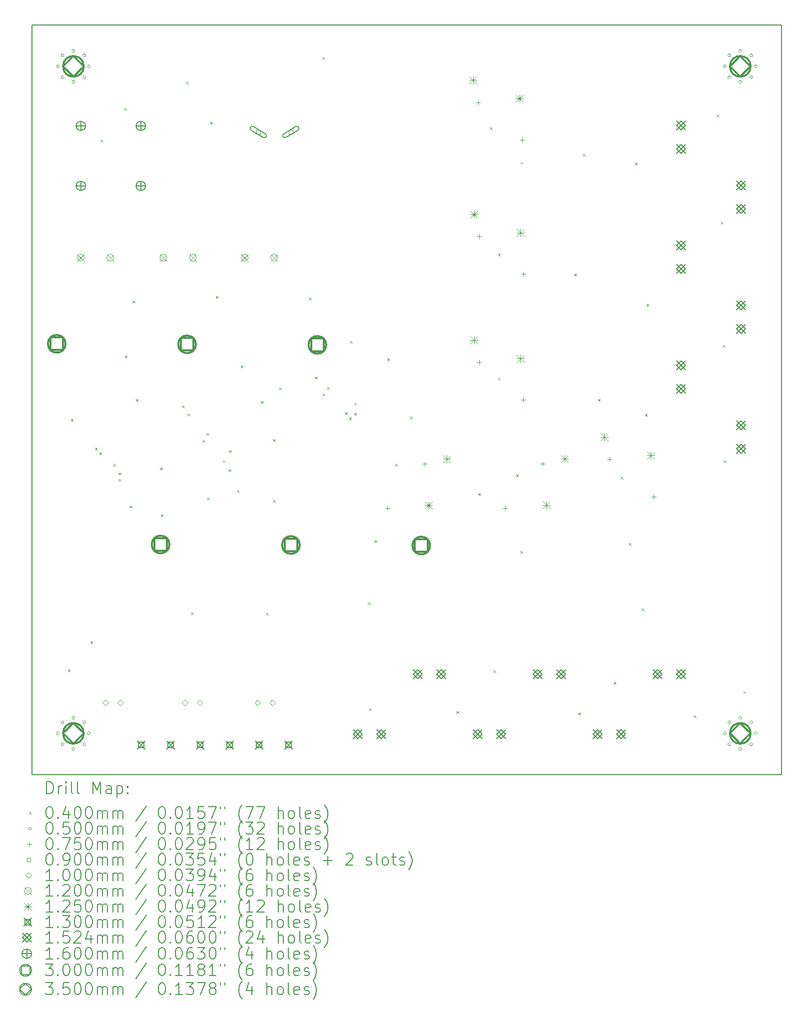
<source format=gbr>
%FSLAX45Y45*%
G04 Gerber Fmt 4.5, Leading zero omitted, Abs format (unit mm)*
G04 Created by KiCad (PCBNEW (6.0.0)) date 2023-02-19 13:33:10*
%MOMM*%
%LPD*%
G01*
G04 APERTURE LIST*
%TA.AperFunction,Profile*%
%ADD10C,0.200000*%
%TD*%
%ADD11C,0.200000*%
%ADD12C,0.040000*%
%ADD13C,0.050000*%
%ADD14C,0.075000*%
%ADD15C,0.090000*%
%ADD16C,0.100000*%
%ADD17C,0.120000*%
%ADD18C,0.125000*%
%ADD19C,0.130000*%
%ADD20C,0.152400*%
%ADD21C,0.160000*%
%ADD22C,0.300000*%
%ADD23C,0.350000*%
G04 APERTURE END LIST*
D10*
X14700000Y-2000000D02*
X14700000Y-14700000D01*
X14700000Y-14700000D02*
X2000000Y-14700000D01*
X2000000Y-2000000D02*
X14700000Y-2000000D01*
X2000000Y-2000000D02*
X2000000Y-14700000D01*
D11*
D12*
X2605000Y-12915000D02*
X2645000Y-12955000D01*
X2645000Y-12915000D02*
X2605000Y-12955000D01*
X2657000Y-8672000D02*
X2697000Y-8712000D01*
X2697000Y-8672000D02*
X2657000Y-8712000D01*
X2986000Y-12442000D02*
X3026000Y-12482000D01*
X3026000Y-12442000D02*
X2986000Y-12482000D01*
X3064500Y-9160000D02*
X3104500Y-9200000D01*
X3104500Y-9160000D02*
X3064500Y-9200000D01*
X3139500Y-9242000D02*
X3179500Y-9282000D01*
X3179500Y-9242000D02*
X3139500Y-9282000D01*
X3157000Y-3941000D02*
X3197000Y-3981000D01*
X3197000Y-3941000D02*
X3157000Y-3981000D01*
X3370500Y-9434000D02*
X3410500Y-9474000D01*
X3410500Y-9434000D02*
X3370500Y-9474000D01*
X3462500Y-9582000D02*
X3502500Y-9622000D01*
X3502500Y-9582000D02*
X3462500Y-9622000D01*
X3465500Y-9690000D02*
X3505500Y-9730000D01*
X3505500Y-9690000D02*
X3465500Y-9730000D01*
X3559000Y-3403000D02*
X3599000Y-3443000D01*
X3599000Y-3403000D02*
X3559000Y-3443000D01*
X3570000Y-7595000D02*
X3610000Y-7635000D01*
X3610000Y-7595000D02*
X3570000Y-7635000D01*
X3653500Y-10140000D02*
X3693500Y-10180000D01*
X3693500Y-10140000D02*
X3653500Y-10180000D01*
X3701000Y-6669000D02*
X3741000Y-6709000D01*
X3741000Y-6669000D02*
X3701000Y-6709000D01*
X3757000Y-8333000D02*
X3797000Y-8373000D01*
X3797000Y-8333000D02*
X3757000Y-8373000D01*
X4168000Y-9498000D02*
X4208000Y-9538000D01*
X4208000Y-9498000D02*
X4168000Y-9538000D01*
X4181000Y-10292000D02*
X4221000Y-10332000D01*
X4221000Y-10292000D02*
X4181000Y-10332000D01*
X4542000Y-8443000D02*
X4582000Y-8483000D01*
X4582000Y-8443000D02*
X4542000Y-8483000D01*
X4606000Y-2956000D02*
X4646000Y-2996000D01*
X4646000Y-2956000D02*
X4606000Y-2996000D01*
X4635000Y-8578000D02*
X4675000Y-8618000D01*
X4675000Y-8578000D02*
X4635000Y-8618000D01*
X4695000Y-11947000D02*
X4735000Y-11987000D01*
X4735000Y-11947000D02*
X4695000Y-11987000D01*
X4884000Y-9027750D02*
X4924000Y-9067750D01*
X4924000Y-9027750D02*
X4884000Y-9067750D01*
X4954000Y-8907750D02*
X4994000Y-8947750D01*
X4994000Y-8907750D02*
X4954000Y-8947750D01*
X4964000Y-10000000D02*
X5004000Y-10040000D01*
X5004000Y-10000000D02*
X4964000Y-10040000D01*
X5013000Y-3639000D02*
X5053000Y-3679000D01*
X5053000Y-3639000D02*
X5013000Y-3679000D01*
X5111000Y-6591000D02*
X5151000Y-6631000D01*
X5151000Y-6591000D02*
X5111000Y-6631000D01*
X5229000Y-9370750D02*
X5269000Y-9410750D01*
X5269000Y-9370750D02*
X5229000Y-9410750D01*
X5329000Y-9523750D02*
X5369000Y-9563750D01*
X5369000Y-9523750D02*
X5329000Y-9563750D01*
X5334000Y-9200750D02*
X5374000Y-9240750D01*
X5374000Y-9200750D02*
X5334000Y-9240750D01*
X5473000Y-9872750D02*
X5513000Y-9912750D01*
X5513000Y-9872750D02*
X5473000Y-9912750D01*
X5534000Y-7765000D02*
X5574000Y-7805000D01*
X5574000Y-7765000D02*
X5534000Y-7805000D01*
X5879000Y-8371000D02*
X5919000Y-8411000D01*
X5919000Y-8371000D02*
X5879000Y-8411000D01*
X5962000Y-11956000D02*
X6002000Y-11996000D01*
X6002000Y-11956000D02*
X5962000Y-11996000D01*
X6081000Y-9015000D02*
X6121000Y-9055000D01*
X6121000Y-9015000D02*
X6081000Y-9055000D01*
X6082000Y-10043000D02*
X6122000Y-10083000D01*
X6122000Y-10043000D02*
X6082000Y-10083000D01*
X6180000Y-8140000D02*
X6220000Y-8180000D01*
X6220000Y-8140000D02*
X6180000Y-8180000D01*
X6689000Y-6617000D02*
X6729000Y-6657000D01*
X6729000Y-6617000D02*
X6689000Y-6657000D01*
X6793000Y-7957000D02*
X6833000Y-7997000D01*
X6833000Y-7957000D02*
X6793000Y-7997000D01*
X6917700Y-8243000D02*
X6957700Y-8283000D01*
X6957700Y-8243000D02*
X6917700Y-8283000D01*
X6921000Y-2540000D02*
X6961000Y-2580000D01*
X6961000Y-2540000D02*
X6921000Y-2580000D01*
X6993000Y-8128000D02*
X7033000Y-8168000D01*
X7033000Y-8128000D02*
X6993000Y-8168000D01*
X7301000Y-8557000D02*
X7341000Y-8597000D01*
X7341000Y-8557000D02*
X7301000Y-8597000D01*
X7371000Y-8647000D02*
X7411000Y-8687000D01*
X7411000Y-8647000D02*
X7371000Y-8687000D01*
X7386000Y-7350000D02*
X7426000Y-7390000D01*
X7426000Y-7350000D02*
X7386000Y-7390000D01*
X7457000Y-8397000D02*
X7497000Y-8437000D01*
X7497000Y-8397000D02*
X7457000Y-8437000D01*
X7457000Y-8568000D02*
X7497000Y-8608000D01*
X7497000Y-8568000D02*
X7457000Y-8608000D01*
X7692000Y-11781000D02*
X7732000Y-11821000D01*
X7732000Y-11781000D02*
X7692000Y-11821000D01*
X7705000Y-13576000D02*
X7745000Y-13616000D01*
X7745000Y-13576000D02*
X7705000Y-13616000D01*
X7797000Y-10726000D02*
X7837000Y-10766000D01*
X7837000Y-10726000D02*
X7797000Y-10766000D01*
X8016000Y-7650000D02*
X8056000Y-7690000D01*
X8056000Y-7650000D02*
X8016000Y-7690000D01*
X8156000Y-9434000D02*
X8196000Y-9474000D01*
X8196000Y-9434000D02*
X8156000Y-9474000D01*
X8399000Y-8628000D02*
X8439000Y-8668000D01*
X8439000Y-8628000D02*
X8399000Y-8668000D01*
X9185000Y-13620000D02*
X9225000Y-13660000D01*
X9225000Y-13620000D02*
X9185000Y-13660000D01*
X9561000Y-9930000D02*
X9601000Y-9970000D01*
X9601000Y-9930000D02*
X9561000Y-9970000D01*
X9758000Y-3727000D02*
X9798000Y-3767000D01*
X9798000Y-3727000D02*
X9758000Y-3767000D01*
X9815000Y-12933000D02*
X9855000Y-12973000D01*
X9855000Y-12933000D02*
X9815000Y-12973000D01*
X9894000Y-5867000D02*
X9934000Y-5907000D01*
X9934000Y-5867000D02*
X9894000Y-5907000D01*
X9894000Y-7973000D02*
X9934000Y-8013000D01*
X9934000Y-7973000D02*
X9894000Y-8013000D01*
X10200000Y-9614000D02*
X10240000Y-9654000D01*
X10240000Y-9614000D02*
X10200000Y-9654000D01*
X10270000Y-10906000D02*
X10310000Y-10946000D01*
X10310000Y-10906000D02*
X10270000Y-10946000D01*
X10275000Y-4317000D02*
X10315000Y-4357000D01*
X10315000Y-4317000D02*
X10275000Y-4357000D01*
X11189000Y-6213000D02*
X11229000Y-6253000D01*
X11229000Y-6213000D02*
X11189000Y-6253000D01*
X11251000Y-13646000D02*
X11291000Y-13686000D01*
X11291000Y-13646000D02*
X11251000Y-13686000D01*
X11330000Y-4186000D02*
X11370000Y-4226000D01*
X11370000Y-4186000D02*
X11330000Y-4226000D01*
X11588000Y-8336000D02*
X11628000Y-8376000D01*
X11628000Y-8336000D02*
X11588000Y-8376000D01*
X11851000Y-13125000D02*
X11891000Y-13165000D01*
X11891000Y-13125000D02*
X11851000Y-13165000D01*
X11973000Y-9654000D02*
X12013000Y-9694000D01*
X12013000Y-9654000D02*
X11973000Y-9694000D01*
X12109000Y-10774000D02*
X12149000Y-10814000D01*
X12149000Y-10774000D02*
X12109000Y-10814000D01*
X12214000Y-4331000D02*
X12254000Y-4371000D01*
X12254000Y-4331000D02*
X12214000Y-4371000D01*
X12328000Y-11882000D02*
X12368000Y-11922000D01*
X12368000Y-11882000D02*
X12328000Y-11922000D01*
X12385000Y-8590000D02*
X12425000Y-8630000D01*
X12425000Y-8590000D02*
X12385000Y-8630000D01*
X12410000Y-6724000D02*
X12450000Y-6764000D01*
X12450000Y-6724000D02*
X12410000Y-6764000D01*
X13212000Y-13694000D02*
X13252000Y-13734000D01*
X13252000Y-13694000D02*
X13212000Y-13734000D01*
X13597000Y-3516000D02*
X13637000Y-3556000D01*
X13637000Y-3516000D02*
X13597000Y-3556000D01*
X13667000Y-5329000D02*
X13707000Y-5369000D01*
X13707000Y-5329000D02*
X13667000Y-5369000D01*
X13698000Y-7417000D02*
X13738000Y-7457000D01*
X13738000Y-7417000D02*
X13698000Y-7457000D01*
X13715000Y-9374000D02*
X13755000Y-9414000D01*
X13755000Y-9374000D02*
X13715000Y-9414000D01*
X14052000Y-13283000D02*
X14092000Y-13323000D01*
X14092000Y-13283000D02*
X14052000Y-13323000D01*
D13*
X2462500Y-2700000D02*
G75*
G03*
X2462500Y-2700000I-25000J0D01*
G01*
X2462500Y-14000000D02*
G75*
G03*
X2462500Y-14000000I-25000J0D01*
G01*
X2539385Y-2514385D02*
G75*
G03*
X2539385Y-2514385I-25000J0D01*
G01*
X2539385Y-2885615D02*
G75*
G03*
X2539385Y-2885615I-25000J0D01*
G01*
X2539385Y-13814384D02*
G75*
G03*
X2539385Y-13814384I-25000J0D01*
G01*
X2539385Y-14185615D02*
G75*
G03*
X2539385Y-14185615I-25000J0D01*
G01*
X2725000Y-2437500D02*
G75*
G03*
X2725000Y-2437500I-25000J0D01*
G01*
X2725000Y-2962500D02*
G75*
G03*
X2725000Y-2962500I-25000J0D01*
G01*
X2725000Y-13737500D02*
G75*
G03*
X2725000Y-13737500I-25000J0D01*
G01*
X2725000Y-14262500D02*
G75*
G03*
X2725000Y-14262500I-25000J0D01*
G01*
X2910615Y-2514385D02*
G75*
G03*
X2910615Y-2514385I-25000J0D01*
G01*
X2910615Y-2885615D02*
G75*
G03*
X2910615Y-2885615I-25000J0D01*
G01*
X2910615Y-13814384D02*
G75*
G03*
X2910615Y-13814384I-25000J0D01*
G01*
X2910615Y-14185615D02*
G75*
G03*
X2910615Y-14185615I-25000J0D01*
G01*
X2987500Y-2700000D02*
G75*
G03*
X2987500Y-2700000I-25000J0D01*
G01*
X2987500Y-14000000D02*
G75*
G03*
X2987500Y-14000000I-25000J0D01*
G01*
X13762500Y-2700000D02*
G75*
G03*
X13762500Y-2700000I-25000J0D01*
G01*
X13762500Y-14000000D02*
G75*
G03*
X13762500Y-14000000I-25000J0D01*
G01*
X13839384Y-2514385D02*
G75*
G03*
X13839384Y-2514385I-25000J0D01*
G01*
X13839384Y-2885615D02*
G75*
G03*
X13839384Y-2885615I-25000J0D01*
G01*
X13839384Y-13814384D02*
G75*
G03*
X13839384Y-13814384I-25000J0D01*
G01*
X13839384Y-14185615D02*
G75*
G03*
X13839384Y-14185615I-25000J0D01*
G01*
X14025000Y-2437500D02*
G75*
G03*
X14025000Y-2437500I-25000J0D01*
G01*
X14025000Y-2962500D02*
G75*
G03*
X14025000Y-2962500I-25000J0D01*
G01*
X14025000Y-13737500D02*
G75*
G03*
X14025000Y-13737500I-25000J0D01*
G01*
X14025000Y-14262500D02*
G75*
G03*
X14025000Y-14262500I-25000J0D01*
G01*
X14210615Y-2514385D02*
G75*
G03*
X14210615Y-2514385I-25000J0D01*
G01*
X14210615Y-2885615D02*
G75*
G03*
X14210615Y-2885615I-25000J0D01*
G01*
X14210615Y-13814384D02*
G75*
G03*
X14210615Y-13814384I-25000J0D01*
G01*
X14210615Y-14185615D02*
G75*
G03*
X14210615Y-14185615I-25000J0D01*
G01*
X14287500Y-2700000D02*
G75*
G03*
X14287500Y-2700000I-25000J0D01*
G01*
X14287500Y-14000000D02*
G75*
G03*
X14287500Y-14000000I-25000J0D01*
G01*
D14*
X8019500Y-10147500D02*
X8019500Y-10222500D01*
X7982000Y-10185000D02*
X8057000Y-10185000D01*
X8654500Y-9397500D02*
X8654500Y-9472500D01*
X8617000Y-9435000D02*
X8692000Y-9435000D01*
X9558500Y-3272000D02*
X9558500Y-3347000D01*
X9521000Y-3309500D02*
X9596000Y-3309500D01*
X9573000Y-5546500D02*
X9573000Y-5621500D01*
X9535500Y-5584000D02*
X9610500Y-5584000D01*
X9573500Y-7675500D02*
X9573500Y-7750500D01*
X9536000Y-7713000D02*
X9611000Y-7713000D01*
X10013500Y-10145500D02*
X10013500Y-10220500D01*
X9976000Y-10183000D02*
X10051000Y-10183000D01*
X10308500Y-3907000D02*
X10308500Y-3982000D01*
X10271000Y-3944500D02*
X10346000Y-3944500D01*
X10323000Y-6181500D02*
X10323000Y-6256500D01*
X10285500Y-6219000D02*
X10360500Y-6219000D01*
X10323500Y-8310500D02*
X10323500Y-8385500D01*
X10286000Y-8348000D02*
X10361000Y-8348000D01*
X10648500Y-9395500D02*
X10648500Y-9470500D01*
X10611000Y-9433000D02*
X10686000Y-9433000D01*
X11782000Y-9318000D02*
X11782000Y-9393000D01*
X11744500Y-9355500D02*
X11819500Y-9355500D01*
X12532000Y-9953000D02*
X12532000Y-10028000D01*
X12494500Y-9990500D02*
X12569500Y-9990500D01*
D15*
X5866820Y-3844120D02*
X5866820Y-3780480D01*
X5803180Y-3780480D01*
X5803180Y-3844120D01*
X5866820Y-3844120D01*
D11*
X5713577Y-3782611D02*
X5921423Y-3902611D01*
X5748577Y-3721989D02*
X5956423Y-3841989D01*
X5921423Y-3902611D02*
G75*
G03*
X5956423Y-3841989I17500J30311D01*
G01*
X5748577Y-3721989D02*
G75*
G03*
X5713577Y-3782611I-17500J-30311D01*
G01*
D15*
X6416820Y-3844120D02*
X6416820Y-3780480D01*
X6353180Y-3780480D01*
X6353180Y-3844120D01*
X6416820Y-3844120D01*
D11*
X6298577Y-3902611D02*
X6506423Y-3782611D01*
X6263577Y-3841989D02*
X6471423Y-3721989D01*
X6506423Y-3782611D02*
G75*
G03*
X6471423Y-3721989I-17500J30311D01*
G01*
X6263577Y-3841989D02*
G75*
G03*
X6298577Y-3902611I17500J-30311D01*
G01*
D16*
X3244000Y-13527000D02*
X3294000Y-13477000D01*
X3244000Y-13427000D01*
X3194000Y-13477000D01*
X3244000Y-13527000D01*
X3498000Y-13527000D02*
X3548000Y-13477000D01*
X3498000Y-13427000D01*
X3448000Y-13477000D01*
X3498000Y-13527000D01*
X4587000Y-13527000D02*
X4637000Y-13477000D01*
X4587000Y-13427000D01*
X4537000Y-13477000D01*
X4587000Y-13527000D01*
X4841000Y-13527000D02*
X4891000Y-13477000D01*
X4841000Y-13427000D01*
X4791000Y-13477000D01*
X4841000Y-13527000D01*
X5821000Y-13527000D02*
X5871000Y-13477000D01*
X5821000Y-13427000D01*
X5771000Y-13477000D01*
X5821000Y-13527000D01*
X6075000Y-13527000D02*
X6125000Y-13477000D01*
X6075000Y-13427000D01*
X6025000Y-13477000D01*
X6075000Y-13527000D01*
D17*
X2764604Y-5882000D02*
X2884604Y-6002000D01*
X2884604Y-5882000D02*
X2764604Y-6002000D01*
X2884604Y-5942000D02*
G75*
G03*
X2884604Y-5942000I-60000J0D01*
G01*
X3264604Y-5882000D02*
X3384604Y-6002000D01*
X3384604Y-5882000D02*
X3264604Y-6002000D01*
X3384604Y-5942000D02*
G75*
G03*
X3384604Y-5942000I-60000J0D01*
G01*
X4165604Y-5882000D02*
X4285604Y-6002000D01*
X4285604Y-5882000D02*
X4165604Y-6002000D01*
X4285604Y-5942000D02*
G75*
G03*
X4285604Y-5942000I-60000J0D01*
G01*
X4665604Y-5882000D02*
X4785604Y-6002000D01*
X4785604Y-5882000D02*
X4665604Y-6002000D01*
X4785604Y-5942000D02*
G75*
G03*
X4785604Y-5942000I-60000J0D01*
G01*
X5541604Y-5882000D02*
X5661604Y-6002000D01*
X5661604Y-5882000D02*
X5541604Y-6002000D01*
X5661604Y-5942000D02*
G75*
G03*
X5661604Y-5942000I-60000J0D01*
G01*
X6041604Y-5882000D02*
X6161604Y-6002000D01*
X6161604Y-5882000D02*
X6041604Y-6002000D01*
X6161604Y-5942000D02*
G75*
G03*
X6161604Y-5942000I-60000J0D01*
G01*
D18*
X8657000Y-10072500D02*
X8782000Y-10197500D01*
X8782000Y-10072500D02*
X8657000Y-10197500D01*
X8719500Y-10072500D02*
X8719500Y-10197500D01*
X8657000Y-10135000D02*
X8782000Y-10135000D01*
X8967000Y-9287500D02*
X9092000Y-9412500D01*
X9092000Y-9287500D02*
X8967000Y-9412500D01*
X9029500Y-9287500D02*
X9029500Y-9412500D01*
X8967000Y-9350000D02*
X9092000Y-9350000D01*
X9411000Y-2872000D02*
X9536000Y-2997000D01*
X9536000Y-2872000D02*
X9411000Y-2997000D01*
X9473500Y-2872000D02*
X9473500Y-2997000D01*
X9411000Y-2934500D02*
X9536000Y-2934500D01*
X9425500Y-5146500D02*
X9550500Y-5271500D01*
X9550500Y-5146500D02*
X9425500Y-5271500D01*
X9488000Y-5146500D02*
X9488000Y-5271500D01*
X9425500Y-5209000D02*
X9550500Y-5209000D01*
X9426000Y-7275500D02*
X9551000Y-7400500D01*
X9551000Y-7275500D02*
X9426000Y-7400500D01*
X9488500Y-7275500D02*
X9488500Y-7400500D01*
X9426000Y-7338000D02*
X9551000Y-7338000D01*
X10196000Y-3182000D02*
X10321000Y-3307000D01*
X10321000Y-3182000D02*
X10196000Y-3307000D01*
X10258500Y-3182000D02*
X10258500Y-3307000D01*
X10196000Y-3244500D02*
X10321000Y-3244500D01*
X10210500Y-5456500D02*
X10335500Y-5581500D01*
X10335500Y-5456500D02*
X10210500Y-5581500D01*
X10273000Y-5456500D02*
X10273000Y-5581500D01*
X10210500Y-5519000D02*
X10335500Y-5519000D01*
X10211000Y-7585500D02*
X10336000Y-7710500D01*
X10336000Y-7585500D02*
X10211000Y-7710500D01*
X10273500Y-7585500D02*
X10273500Y-7710500D01*
X10211000Y-7648000D02*
X10336000Y-7648000D01*
X10651000Y-10070500D02*
X10776000Y-10195500D01*
X10776000Y-10070500D02*
X10651000Y-10195500D01*
X10713500Y-10070500D02*
X10713500Y-10195500D01*
X10651000Y-10133000D02*
X10776000Y-10133000D01*
X10961000Y-9285500D02*
X11086000Y-9410500D01*
X11086000Y-9285500D02*
X10961000Y-9410500D01*
X11023500Y-9285500D02*
X11023500Y-9410500D01*
X10961000Y-9348000D02*
X11086000Y-9348000D01*
X11634500Y-8918000D02*
X11759500Y-9043000D01*
X11759500Y-8918000D02*
X11634500Y-9043000D01*
X11697000Y-8918000D02*
X11697000Y-9043000D01*
X11634500Y-8980500D02*
X11759500Y-8980500D01*
X12419500Y-9228000D02*
X12544500Y-9353000D01*
X12544500Y-9228000D02*
X12419500Y-9353000D01*
X12482000Y-9228000D02*
X12482000Y-9353000D01*
X12419500Y-9290500D02*
X12544500Y-9290500D01*
D19*
X3782000Y-14134000D02*
X3912000Y-14264000D01*
X3912000Y-14134000D02*
X3782000Y-14264000D01*
X3892962Y-14244962D02*
X3892962Y-14153038D01*
X3801038Y-14153038D01*
X3801038Y-14244962D01*
X3892962Y-14244962D01*
X4282000Y-14134000D02*
X4412000Y-14264000D01*
X4412000Y-14134000D02*
X4282000Y-14264000D01*
X4392962Y-14244962D02*
X4392962Y-14153038D01*
X4301038Y-14153038D01*
X4301038Y-14244962D01*
X4392962Y-14244962D01*
X4782000Y-14134000D02*
X4912000Y-14264000D01*
X4912000Y-14134000D02*
X4782000Y-14264000D01*
X4892962Y-14244962D02*
X4892962Y-14153038D01*
X4801038Y-14153038D01*
X4801038Y-14244962D01*
X4892962Y-14244962D01*
X5282000Y-14134000D02*
X5412000Y-14264000D01*
X5412000Y-14134000D02*
X5282000Y-14264000D01*
X5392962Y-14244962D02*
X5392962Y-14153038D01*
X5301038Y-14153038D01*
X5301038Y-14244962D01*
X5392962Y-14244962D01*
X5782000Y-14134000D02*
X5912000Y-14264000D01*
X5912000Y-14134000D02*
X5782000Y-14264000D01*
X5892962Y-14244962D02*
X5892962Y-14153038D01*
X5801038Y-14153038D01*
X5801038Y-14244962D01*
X5892962Y-14244962D01*
X6282000Y-14134000D02*
X6412000Y-14264000D01*
X6412000Y-14134000D02*
X6282000Y-14264000D01*
X6392962Y-14244962D02*
X6392962Y-14153038D01*
X6301038Y-14153038D01*
X6301038Y-14244962D01*
X6392962Y-14244962D01*
D20*
X7441800Y-13939800D02*
X7594200Y-14092200D01*
X7594200Y-13939800D02*
X7441800Y-14092200D01*
X7518000Y-14092200D02*
X7594200Y-14016000D01*
X7518000Y-13939800D01*
X7441800Y-14016000D01*
X7518000Y-14092200D01*
X7843800Y-13939800D02*
X7996200Y-14092200D01*
X7996200Y-13939800D02*
X7843800Y-14092200D01*
X7920000Y-14092200D02*
X7996200Y-14016000D01*
X7920000Y-13939800D01*
X7843800Y-14016000D01*
X7920000Y-14092200D01*
X8457800Y-12923800D02*
X8610200Y-13076200D01*
X8610200Y-12923800D02*
X8457800Y-13076200D01*
X8534000Y-13076200D02*
X8610200Y-13000000D01*
X8534000Y-12923800D01*
X8457800Y-13000000D01*
X8534000Y-13076200D01*
X8859800Y-12923800D02*
X9012200Y-13076200D01*
X9012200Y-12923800D02*
X8859800Y-13076200D01*
X8936000Y-13076200D02*
X9012200Y-13000000D01*
X8936000Y-12923800D01*
X8859800Y-13000000D01*
X8936000Y-13076200D01*
X9473800Y-13939800D02*
X9626200Y-14092200D01*
X9626200Y-13939800D02*
X9473800Y-14092200D01*
X9550000Y-14092200D02*
X9626200Y-14016000D01*
X9550000Y-13939800D01*
X9473800Y-14016000D01*
X9550000Y-14092200D01*
X9875800Y-13939800D02*
X10028200Y-14092200D01*
X10028200Y-13939800D02*
X9875800Y-14092200D01*
X9952000Y-14092200D02*
X10028200Y-14016000D01*
X9952000Y-13939800D01*
X9875800Y-14016000D01*
X9952000Y-14092200D01*
X10489800Y-12923800D02*
X10642200Y-13076200D01*
X10642200Y-12923800D02*
X10489800Y-13076200D01*
X10566000Y-13076200D02*
X10642200Y-13000000D01*
X10566000Y-12923800D01*
X10489800Y-13000000D01*
X10566000Y-13076200D01*
X10891800Y-12923800D02*
X11044200Y-13076200D01*
X11044200Y-12923800D02*
X10891800Y-13076200D01*
X10968000Y-13076200D02*
X11044200Y-13000000D01*
X10968000Y-12923800D01*
X10891800Y-13000000D01*
X10968000Y-13076200D01*
X11505800Y-13939800D02*
X11658200Y-14092200D01*
X11658200Y-13939800D02*
X11505800Y-14092200D01*
X11582000Y-14092200D02*
X11658200Y-14016000D01*
X11582000Y-13939800D01*
X11505800Y-14016000D01*
X11582000Y-14092200D01*
X11907800Y-13939800D02*
X12060200Y-14092200D01*
X12060200Y-13939800D02*
X11907800Y-14092200D01*
X11984000Y-14092200D02*
X12060200Y-14016000D01*
X11984000Y-13939800D01*
X11907800Y-14016000D01*
X11984000Y-14092200D01*
X12521800Y-12923800D02*
X12674200Y-13076200D01*
X12674200Y-12923800D02*
X12521800Y-13076200D01*
X12598000Y-13076200D02*
X12674200Y-13000000D01*
X12598000Y-12923800D01*
X12521800Y-13000000D01*
X12598000Y-13076200D01*
X12923800Y-3621800D02*
X13076200Y-3774200D01*
X13076200Y-3621800D02*
X12923800Y-3774200D01*
X13000000Y-3774200D02*
X13076200Y-3698000D01*
X13000000Y-3621800D01*
X12923800Y-3698000D01*
X13000000Y-3774200D01*
X12923800Y-4023800D02*
X13076200Y-4176200D01*
X13076200Y-4023800D02*
X12923800Y-4176200D01*
X13000000Y-4176200D02*
X13076200Y-4100000D01*
X13000000Y-4023800D01*
X12923800Y-4100000D01*
X13000000Y-4176200D01*
X12923800Y-5653800D02*
X13076200Y-5806200D01*
X13076200Y-5653800D02*
X12923800Y-5806200D01*
X13000000Y-5806200D02*
X13076200Y-5730000D01*
X13000000Y-5653800D01*
X12923800Y-5730000D01*
X13000000Y-5806200D01*
X12923800Y-6055800D02*
X13076200Y-6208200D01*
X13076200Y-6055800D02*
X12923800Y-6208200D01*
X13000000Y-6208200D02*
X13076200Y-6132000D01*
X13000000Y-6055800D01*
X12923800Y-6132000D01*
X13000000Y-6208200D01*
X12923800Y-7685800D02*
X13076200Y-7838200D01*
X13076200Y-7685800D02*
X12923800Y-7838200D01*
X13000000Y-7838200D02*
X13076200Y-7762000D01*
X13000000Y-7685800D01*
X12923800Y-7762000D01*
X13000000Y-7838200D01*
X12923800Y-8087800D02*
X13076200Y-8240200D01*
X13076200Y-8087800D02*
X12923800Y-8240200D01*
X13000000Y-8240200D02*
X13076200Y-8164000D01*
X13000000Y-8087800D01*
X12923800Y-8164000D01*
X13000000Y-8240200D01*
X12923800Y-12923800D02*
X13076200Y-13076200D01*
X13076200Y-12923800D02*
X12923800Y-13076200D01*
X13000000Y-13076200D02*
X13076200Y-13000000D01*
X13000000Y-12923800D01*
X12923800Y-13000000D01*
X13000000Y-13076200D01*
X13939800Y-4637800D02*
X14092200Y-4790200D01*
X14092200Y-4637800D02*
X13939800Y-4790200D01*
X14016000Y-4790200D02*
X14092200Y-4714000D01*
X14016000Y-4637800D01*
X13939800Y-4714000D01*
X14016000Y-4790200D01*
X13939800Y-5039800D02*
X14092200Y-5192200D01*
X14092200Y-5039800D02*
X13939800Y-5192200D01*
X14016000Y-5192200D02*
X14092200Y-5116000D01*
X14016000Y-5039800D01*
X13939800Y-5116000D01*
X14016000Y-5192200D01*
X13939800Y-6669800D02*
X14092200Y-6822200D01*
X14092200Y-6669800D02*
X13939800Y-6822200D01*
X14016000Y-6822200D02*
X14092200Y-6746000D01*
X14016000Y-6669800D01*
X13939800Y-6746000D01*
X14016000Y-6822200D01*
X13939800Y-7071800D02*
X14092200Y-7224200D01*
X14092200Y-7071800D02*
X13939800Y-7224200D01*
X14016000Y-7224200D02*
X14092200Y-7148000D01*
X14016000Y-7071800D01*
X13939800Y-7148000D01*
X14016000Y-7224200D01*
X13939800Y-8701800D02*
X14092200Y-8854200D01*
X14092200Y-8701800D02*
X13939800Y-8854200D01*
X14016000Y-8854200D02*
X14092200Y-8778000D01*
X14016000Y-8701800D01*
X13939800Y-8778000D01*
X14016000Y-8854200D01*
X13939800Y-9103800D02*
X14092200Y-9256200D01*
X14092200Y-9103800D02*
X13939800Y-9256200D01*
X14016000Y-9256200D02*
X14092200Y-9180000D01*
X14016000Y-9103800D01*
X13939800Y-9180000D01*
X14016000Y-9256200D01*
D21*
X2826000Y-3629000D02*
X2826000Y-3789000D01*
X2746000Y-3709000D02*
X2906000Y-3709000D01*
X2906000Y-3709000D02*
G75*
G03*
X2906000Y-3709000I-80000J0D01*
G01*
X2826000Y-4645000D02*
X2826000Y-4805000D01*
X2746000Y-4725000D02*
X2906000Y-4725000D01*
X2906000Y-4725000D02*
G75*
G03*
X2906000Y-4725000I-80000J0D01*
G01*
X3842000Y-3629000D02*
X3842000Y-3789000D01*
X3762000Y-3709000D02*
X3922000Y-3709000D01*
X3922000Y-3709000D02*
G75*
G03*
X3922000Y-3709000I-80000J0D01*
G01*
X3842000Y-4645000D02*
X3842000Y-4805000D01*
X3762000Y-4725000D02*
X3922000Y-4725000D01*
X3922000Y-4725000D02*
G75*
G03*
X3922000Y-4725000I-80000J0D01*
G01*
D22*
X2524067Y-7506067D02*
X2524067Y-7293933D01*
X2311933Y-7293933D01*
X2311933Y-7506067D01*
X2524067Y-7506067D01*
X2568000Y-7400000D02*
G75*
G03*
X2568000Y-7400000I-150000J0D01*
G01*
X4284067Y-10906067D02*
X4284067Y-10693933D01*
X4071933Y-10693933D01*
X4071933Y-10906067D01*
X4284067Y-10906067D01*
X4328000Y-10800000D02*
G75*
G03*
X4328000Y-10800000I-150000J0D01*
G01*
X4732067Y-7515067D02*
X4732067Y-7302933D01*
X4519933Y-7302933D01*
X4519933Y-7515067D01*
X4732067Y-7515067D01*
X4776000Y-7409000D02*
G75*
G03*
X4776000Y-7409000I-150000J0D01*
G01*
X6492067Y-10915067D02*
X6492067Y-10702933D01*
X6279933Y-10702933D01*
X6279933Y-10915067D01*
X6492067Y-10915067D01*
X6536000Y-10809000D02*
G75*
G03*
X6536000Y-10809000I-150000J0D01*
G01*
X6940067Y-7524067D02*
X6940067Y-7311933D01*
X6727933Y-7311933D01*
X6727933Y-7524067D01*
X6940067Y-7524067D01*
X6984000Y-7418000D02*
G75*
G03*
X6984000Y-7418000I-150000J0D01*
G01*
X8700067Y-10924067D02*
X8700067Y-10711933D01*
X8487933Y-10711933D01*
X8487933Y-10924067D01*
X8700067Y-10924067D01*
X8744000Y-10818000D02*
G75*
G03*
X8744000Y-10818000I-150000J0D01*
G01*
D23*
X2700000Y-2875000D02*
X2875000Y-2700000D01*
X2700000Y-2525000D01*
X2525000Y-2700000D01*
X2700000Y-2875000D01*
X2875000Y-2700000D02*
G75*
G03*
X2875000Y-2700000I-175000J0D01*
G01*
X2700000Y-14175000D02*
X2875000Y-14000000D01*
X2700000Y-13825000D01*
X2525000Y-14000000D01*
X2700000Y-14175000D01*
X2875000Y-14000000D02*
G75*
G03*
X2875000Y-14000000I-175000J0D01*
G01*
X14000000Y-2875000D02*
X14175000Y-2700000D01*
X14000000Y-2525000D01*
X13825000Y-2700000D01*
X14000000Y-2875000D01*
X14175000Y-2700000D02*
G75*
G03*
X14175000Y-2700000I-175000J0D01*
G01*
X14000000Y-14175000D02*
X14175000Y-14000000D01*
X14000000Y-13825000D01*
X13825000Y-14000000D01*
X14000000Y-14175000D01*
X14175000Y-14000000D02*
G75*
G03*
X14175000Y-14000000I-175000J0D01*
G01*
D11*
X2247619Y-15020476D02*
X2247619Y-14820476D01*
X2295238Y-14820476D01*
X2323810Y-14830000D01*
X2342857Y-14849048D01*
X2352381Y-14868095D01*
X2361905Y-14906190D01*
X2361905Y-14934762D01*
X2352381Y-14972857D01*
X2342857Y-14991905D01*
X2323810Y-15010952D01*
X2295238Y-15020476D01*
X2247619Y-15020476D01*
X2447619Y-15020476D02*
X2447619Y-14887143D01*
X2447619Y-14925238D02*
X2457143Y-14906190D01*
X2466667Y-14896667D01*
X2485714Y-14887143D01*
X2504762Y-14887143D01*
X2571429Y-15020476D02*
X2571429Y-14887143D01*
X2571429Y-14820476D02*
X2561905Y-14830000D01*
X2571429Y-14839524D01*
X2580952Y-14830000D01*
X2571429Y-14820476D01*
X2571429Y-14839524D01*
X2695238Y-15020476D02*
X2676190Y-15010952D01*
X2666667Y-14991905D01*
X2666667Y-14820476D01*
X2800000Y-15020476D02*
X2780952Y-15010952D01*
X2771429Y-14991905D01*
X2771429Y-14820476D01*
X3028571Y-15020476D02*
X3028571Y-14820476D01*
X3095238Y-14963333D01*
X3161905Y-14820476D01*
X3161905Y-15020476D01*
X3342857Y-15020476D02*
X3342857Y-14915714D01*
X3333333Y-14896667D01*
X3314286Y-14887143D01*
X3276190Y-14887143D01*
X3257143Y-14896667D01*
X3342857Y-15010952D02*
X3323809Y-15020476D01*
X3276190Y-15020476D01*
X3257143Y-15010952D01*
X3247619Y-14991905D01*
X3247619Y-14972857D01*
X3257143Y-14953809D01*
X3276190Y-14944286D01*
X3323809Y-14944286D01*
X3342857Y-14934762D01*
X3438095Y-14887143D02*
X3438095Y-15087143D01*
X3438095Y-14896667D02*
X3457143Y-14887143D01*
X3495238Y-14887143D01*
X3514286Y-14896667D01*
X3523809Y-14906190D01*
X3533333Y-14925238D01*
X3533333Y-14982381D01*
X3523809Y-15001428D01*
X3514286Y-15010952D01*
X3495238Y-15020476D01*
X3457143Y-15020476D01*
X3438095Y-15010952D01*
X3619048Y-15001428D02*
X3628571Y-15010952D01*
X3619048Y-15020476D01*
X3609524Y-15010952D01*
X3619048Y-15001428D01*
X3619048Y-15020476D01*
X3619048Y-14896667D02*
X3628571Y-14906190D01*
X3619048Y-14915714D01*
X3609524Y-14906190D01*
X3619048Y-14896667D01*
X3619048Y-14915714D01*
D12*
X1950000Y-15330000D02*
X1990000Y-15370000D01*
X1990000Y-15330000D02*
X1950000Y-15370000D01*
D11*
X2285714Y-15240476D02*
X2304762Y-15240476D01*
X2323810Y-15250000D01*
X2333333Y-15259524D01*
X2342857Y-15278571D01*
X2352381Y-15316667D01*
X2352381Y-15364286D01*
X2342857Y-15402381D01*
X2333333Y-15421428D01*
X2323810Y-15430952D01*
X2304762Y-15440476D01*
X2285714Y-15440476D01*
X2266667Y-15430952D01*
X2257143Y-15421428D01*
X2247619Y-15402381D01*
X2238095Y-15364286D01*
X2238095Y-15316667D01*
X2247619Y-15278571D01*
X2257143Y-15259524D01*
X2266667Y-15250000D01*
X2285714Y-15240476D01*
X2438095Y-15421428D02*
X2447619Y-15430952D01*
X2438095Y-15440476D01*
X2428571Y-15430952D01*
X2438095Y-15421428D01*
X2438095Y-15440476D01*
X2619048Y-15307143D02*
X2619048Y-15440476D01*
X2571429Y-15230952D02*
X2523810Y-15373809D01*
X2647619Y-15373809D01*
X2761905Y-15240476D02*
X2780952Y-15240476D01*
X2800000Y-15250000D01*
X2809524Y-15259524D01*
X2819048Y-15278571D01*
X2828571Y-15316667D01*
X2828571Y-15364286D01*
X2819048Y-15402381D01*
X2809524Y-15421428D01*
X2800000Y-15430952D01*
X2780952Y-15440476D01*
X2761905Y-15440476D01*
X2742857Y-15430952D01*
X2733333Y-15421428D01*
X2723810Y-15402381D01*
X2714286Y-15364286D01*
X2714286Y-15316667D01*
X2723810Y-15278571D01*
X2733333Y-15259524D01*
X2742857Y-15250000D01*
X2761905Y-15240476D01*
X2952381Y-15240476D02*
X2971428Y-15240476D01*
X2990476Y-15250000D01*
X3000000Y-15259524D01*
X3009524Y-15278571D01*
X3019048Y-15316667D01*
X3019048Y-15364286D01*
X3009524Y-15402381D01*
X3000000Y-15421428D01*
X2990476Y-15430952D01*
X2971428Y-15440476D01*
X2952381Y-15440476D01*
X2933333Y-15430952D01*
X2923809Y-15421428D01*
X2914286Y-15402381D01*
X2904762Y-15364286D01*
X2904762Y-15316667D01*
X2914286Y-15278571D01*
X2923809Y-15259524D01*
X2933333Y-15250000D01*
X2952381Y-15240476D01*
X3104762Y-15440476D02*
X3104762Y-15307143D01*
X3104762Y-15326190D02*
X3114286Y-15316667D01*
X3133333Y-15307143D01*
X3161905Y-15307143D01*
X3180952Y-15316667D01*
X3190476Y-15335714D01*
X3190476Y-15440476D01*
X3190476Y-15335714D02*
X3200000Y-15316667D01*
X3219048Y-15307143D01*
X3247619Y-15307143D01*
X3266667Y-15316667D01*
X3276190Y-15335714D01*
X3276190Y-15440476D01*
X3371428Y-15440476D02*
X3371428Y-15307143D01*
X3371428Y-15326190D02*
X3380952Y-15316667D01*
X3400000Y-15307143D01*
X3428571Y-15307143D01*
X3447619Y-15316667D01*
X3457143Y-15335714D01*
X3457143Y-15440476D01*
X3457143Y-15335714D02*
X3466667Y-15316667D01*
X3485714Y-15307143D01*
X3514286Y-15307143D01*
X3533333Y-15316667D01*
X3542857Y-15335714D01*
X3542857Y-15440476D01*
X3933333Y-15230952D02*
X3761905Y-15488095D01*
X4190476Y-15240476D02*
X4209524Y-15240476D01*
X4228571Y-15250000D01*
X4238095Y-15259524D01*
X4247619Y-15278571D01*
X4257143Y-15316667D01*
X4257143Y-15364286D01*
X4247619Y-15402381D01*
X4238095Y-15421428D01*
X4228571Y-15430952D01*
X4209524Y-15440476D01*
X4190476Y-15440476D01*
X4171428Y-15430952D01*
X4161905Y-15421428D01*
X4152381Y-15402381D01*
X4142857Y-15364286D01*
X4142857Y-15316667D01*
X4152381Y-15278571D01*
X4161905Y-15259524D01*
X4171428Y-15250000D01*
X4190476Y-15240476D01*
X4342857Y-15421428D02*
X4352381Y-15430952D01*
X4342857Y-15440476D01*
X4333333Y-15430952D01*
X4342857Y-15421428D01*
X4342857Y-15440476D01*
X4476190Y-15240476D02*
X4495238Y-15240476D01*
X4514286Y-15250000D01*
X4523810Y-15259524D01*
X4533333Y-15278571D01*
X4542857Y-15316667D01*
X4542857Y-15364286D01*
X4533333Y-15402381D01*
X4523810Y-15421428D01*
X4514286Y-15430952D01*
X4495238Y-15440476D01*
X4476190Y-15440476D01*
X4457143Y-15430952D01*
X4447619Y-15421428D01*
X4438095Y-15402381D01*
X4428571Y-15364286D01*
X4428571Y-15316667D01*
X4438095Y-15278571D01*
X4447619Y-15259524D01*
X4457143Y-15250000D01*
X4476190Y-15240476D01*
X4733333Y-15440476D02*
X4619048Y-15440476D01*
X4676190Y-15440476D02*
X4676190Y-15240476D01*
X4657143Y-15269048D01*
X4638095Y-15288095D01*
X4619048Y-15297619D01*
X4914286Y-15240476D02*
X4819048Y-15240476D01*
X4809524Y-15335714D01*
X4819048Y-15326190D01*
X4838095Y-15316667D01*
X4885714Y-15316667D01*
X4904762Y-15326190D01*
X4914286Y-15335714D01*
X4923810Y-15354762D01*
X4923810Y-15402381D01*
X4914286Y-15421428D01*
X4904762Y-15430952D01*
X4885714Y-15440476D01*
X4838095Y-15440476D01*
X4819048Y-15430952D01*
X4809524Y-15421428D01*
X4990476Y-15240476D02*
X5123810Y-15240476D01*
X5038095Y-15440476D01*
X5190476Y-15240476D02*
X5190476Y-15278571D01*
X5266667Y-15240476D02*
X5266667Y-15278571D01*
X5561905Y-15516667D02*
X5552381Y-15507143D01*
X5533333Y-15478571D01*
X5523810Y-15459524D01*
X5514286Y-15430952D01*
X5504762Y-15383333D01*
X5504762Y-15345238D01*
X5514286Y-15297619D01*
X5523810Y-15269048D01*
X5533333Y-15250000D01*
X5552381Y-15221428D01*
X5561905Y-15211905D01*
X5619048Y-15240476D02*
X5752381Y-15240476D01*
X5666667Y-15440476D01*
X5809524Y-15240476D02*
X5942857Y-15240476D01*
X5857143Y-15440476D01*
X6171428Y-15440476D02*
X6171428Y-15240476D01*
X6257143Y-15440476D02*
X6257143Y-15335714D01*
X6247619Y-15316667D01*
X6228571Y-15307143D01*
X6200000Y-15307143D01*
X6180952Y-15316667D01*
X6171428Y-15326190D01*
X6380952Y-15440476D02*
X6361905Y-15430952D01*
X6352381Y-15421428D01*
X6342857Y-15402381D01*
X6342857Y-15345238D01*
X6352381Y-15326190D01*
X6361905Y-15316667D01*
X6380952Y-15307143D01*
X6409524Y-15307143D01*
X6428571Y-15316667D01*
X6438095Y-15326190D01*
X6447619Y-15345238D01*
X6447619Y-15402381D01*
X6438095Y-15421428D01*
X6428571Y-15430952D01*
X6409524Y-15440476D01*
X6380952Y-15440476D01*
X6561905Y-15440476D02*
X6542857Y-15430952D01*
X6533333Y-15411905D01*
X6533333Y-15240476D01*
X6714286Y-15430952D02*
X6695238Y-15440476D01*
X6657143Y-15440476D01*
X6638095Y-15430952D01*
X6628571Y-15411905D01*
X6628571Y-15335714D01*
X6638095Y-15316667D01*
X6657143Y-15307143D01*
X6695238Y-15307143D01*
X6714286Y-15316667D01*
X6723809Y-15335714D01*
X6723809Y-15354762D01*
X6628571Y-15373809D01*
X6800000Y-15430952D02*
X6819048Y-15440476D01*
X6857143Y-15440476D01*
X6876190Y-15430952D01*
X6885714Y-15411905D01*
X6885714Y-15402381D01*
X6876190Y-15383333D01*
X6857143Y-15373809D01*
X6828571Y-15373809D01*
X6809524Y-15364286D01*
X6800000Y-15345238D01*
X6800000Y-15335714D01*
X6809524Y-15316667D01*
X6828571Y-15307143D01*
X6857143Y-15307143D01*
X6876190Y-15316667D01*
X6952381Y-15516667D02*
X6961905Y-15507143D01*
X6980952Y-15478571D01*
X6990476Y-15459524D01*
X7000000Y-15430952D01*
X7009524Y-15383333D01*
X7009524Y-15345238D01*
X7000000Y-15297619D01*
X6990476Y-15269048D01*
X6980952Y-15250000D01*
X6961905Y-15221428D01*
X6952381Y-15211905D01*
D13*
X1990000Y-15614000D02*
G75*
G03*
X1990000Y-15614000I-25000J0D01*
G01*
D11*
X2285714Y-15504476D02*
X2304762Y-15504476D01*
X2323810Y-15514000D01*
X2333333Y-15523524D01*
X2342857Y-15542571D01*
X2352381Y-15580667D01*
X2352381Y-15628286D01*
X2342857Y-15666381D01*
X2333333Y-15685428D01*
X2323810Y-15694952D01*
X2304762Y-15704476D01*
X2285714Y-15704476D01*
X2266667Y-15694952D01*
X2257143Y-15685428D01*
X2247619Y-15666381D01*
X2238095Y-15628286D01*
X2238095Y-15580667D01*
X2247619Y-15542571D01*
X2257143Y-15523524D01*
X2266667Y-15514000D01*
X2285714Y-15504476D01*
X2438095Y-15685428D02*
X2447619Y-15694952D01*
X2438095Y-15704476D01*
X2428571Y-15694952D01*
X2438095Y-15685428D01*
X2438095Y-15704476D01*
X2628571Y-15504476D02*
X2533333Y-15504476D01*
X2523810Y-15599714D01*
X2533333Y-15590190D01*
X2552381Y-15580667D01*
X2600000Y-15580667D01*
X2619048Y-15590190D01*
X2628571Y-15599714D01*
X2638095Y-15618762D01*
X2638095Y-15666381D01*
X2628571Y-15685428D01*
X2619048Y-15694952D01*
X2600000Y-15704476D01*
X2552381Y-15704476D01*
X2533333Y-15694952D01*
X2523810Y-15685428D01*
X2761905Y-15504476D02*
X2780952Y-15504476D01*
X2800000Y-15514000D01*
X2809524Y-15523524D01*
X2819048Y-15542571D01*
X2828571Y-15580667D01*
X2828571Y-15628286D01*
X2819048Y-15666381D01*
X2809524Y-15685428D01*
X2800000Y-15694952D01*
X2780952Y-15704476D01*
X2761905Y-15704476D01*
X2742857Y-15694952D01*
X2733333Y-15685428D01*
X2723810Y-15666381D01*
X2714286Y-15628286D01*
X2714286Y-15580667D01*
X2723810Y-15542571D01*
X2733333Y-15523524D01*
X2742857Y-15514000D01*
X2761905Y-15504476D01*
X2952381Y-15504476D02*
X2971428Y-15504476D01*
X2990476Y-15514000D01*
X3000000Y-15523524D01*
X3009524Y-15542571D01*
X3019048Y-15580667D01*
X3019048Y-15628286D01*
X3009524Y-15666381D01*
X3000000Y-15685428D01*
X2990476Y-15694952D01*
X2971428Y-15704476D01*
X2952381Y-15704476D01*
X2933333Y-15694952D01*
X2923809Y-15685428D01*
X2914286Y-15666381D01*
X2904762Y-15628286D01*
X2904762Y-15580667D01*
X2914286Y-15542571D01*
X2923809Y-15523524D01*
X2933333Y-15514000D01*
X2952381Y-15504476D01*
X3104762Y-15704476D02*
X3104762Y-15571143D01*
X3104762Y-15590190D02*
X3114286Y-15580667D01*
X3133333Y-15571143D01*
X3161905Y-15571143D01*
X3180952Y-15580667D01*
X3190476Y-15599714D01*
X3190476Y-15704476D01*
X3190476Y-15599714D02*
X3200000Y-15580667D01*
X3219048Y-15571143D01*
X3247619Y-15571143D01*
X3266667Y-15580667D01*
X3276190Y-15599714D01*
X3276190Y-15704476D01*
X3371428Y-15704476D02*
X3371428Y-15571143D01*
X3371428Y-15590190D02*
X3380952Y-15580667D01*
X3400000Y-15571143D01*
X3428571Y-15571143D01*
X3447619Y-15580667D01*
X3457143Y-15599714D01*
X3457143Y-15704476D01*
X3457143Y-15599714D02*
X3466667Y-15580667D01*
X3485714Y-15571143D01*
X3514286Y-15571143D01*
X3533333Y-15580667D01*
X3542857Y-15599714D01*
X3542857Y-15704476D01*
X3933333Y-15494952D02*
X3761905Y-15752095D01*
X4190476Y-15504476D02*
X4209524Y-15504476D01*
X4228571Y-15514000D01*
X4238095Y-15523524D01*
X4247619Y-15542571D01*
X4257143Y-15580667D01*
X4257143Y-15628286D01*
X4247619Y-15666381D01*
X4238095Y-15685428D01*
X4228571Y-15694952D01*
X4209524Y-15704476D01*
X4190476Y-15704476D01*
X4171428Y-15694952D01*
X4161905Y-15685428D01*
X4152381Y-15666381D01*
X4142857Y-15628286D01*
X4142857Y-15580667D01*
X4152381Y-15542571D01*
X4161905Y-15523524D01*
X4171428Y-15514000D01*
X4190476Y-15504476D01*
X4342857Y-15685428D02*
X4352381Y-15694952D01*
X4342857Y-15704476D01*
X4333333Y-15694952D01*
X4342857Y-15685428D01*
X4342857Y-15704476D01*
X4476190Y-15504476D02*
X4495238Y-15504476D01*
X4514286Y-15514000D01*
X4523810Y-15523524D01*
X4533333Y-15542571D01*
X4542857Y-15580667D01*
X4542857Y-15628286D01*
X4533333Y-15666381D01*
X4523810Y-15685428D01*
X4514286Y-15694952D01*
X4495238Y-15704476D01*
X4476190Y-15704476D01*
X4457143Y-15694952D01*
X4447619Y-15685428D01*
X4438095Y-15666381D01*
X4428571Y-15628286D01*
X4428571Y-15580667D01*
X4438095Y-15542571D01*
X4447619Y-15523524D01*
X4457143Y-15514000D01*
X4476190Y-15504476D01*
X4733333Y-15704476D02*
X4619048Y-15704476D01*
X4676190Y-15704476D02*
X4676190Y-15504476D01*
X4657143Y-15533048D01*
X4638095Y-15552095D01*
X4619048Y-15561619D01*
X4828571Y-15704476D02*
X4866667Y-15704476D01*
X4885714Y-15694952D01*
X4895238Y-15685428D01*
X4914286Y-15656857D01*
X4923810Y-15618762D01*
X4923810Y-15542571D01*
X4914286Y-15523524D01*
X4904762Y-15514000D01*
X4885714Y-15504476D01*
X4847619Y-15504476D01*
X4828571Y-15514000D01*
X4819048Y-15523524D01*
X4809524Y-15542571D01*
X4809524Y-15590190D01*
X4819048Y-15609238D01*
X4828571Y-15618762D01*
X4847619Y-15628286D01*
X4885714Y-15628286D01*
X4904762Y-15618762D01*
X4914286Y-15609238D01*
X4923810Y-15590190D01*
X4990476Y-15504476D02*
X5123810Y-15504476D01*
X5038095Y-15704476D01*
X5190476Y-15504476D02*
X5190476Y-15542571D01*
X5266667Y-15504476D02*
X5266667Y-15542571D01*
X5561905Y-15780667D02*
X5552381Y-15771143D01*
X5533333Y-15742571D01*
X5523810Y-15723524D01*
X5514286Y-15694952D01*
X5504762Y-15647333D01*
X5504762Y-15609238D01*
X5514286Y-15561619D01*
X5523810Y-15533048D01*
X5533333Y-15514000D01*
X5552381Y-15485428D01*
X5561905Y-15475905D01*
X5619048Y-15504476D02*
X5742857Y-15504476D01*
X5676190Y-15580667D01*
X5704762Y-15580667D01*
X5723809Y-15590190D01*
X5733333Y-15599714D01*
X5742857Y-15618762D01*
X5742857Y-15666381D01*
X5733333Y-15685428D01*
X5723809Y-15694952D01*
X5704762Y-15704476D01*
X5647619Y-15704476D01*
X5628571Y-15694952D01*
X5619048Y-15685428D01*
X5819048Y-15523524D02*
X5828571Y-15514000D01*
X5847619Y-15504476D01*
X5895238Y-15504476D01*
X5914286Y-15514000D01*
X5923809Y-15523524D01*
X5933333Y-15542571D01*
X5933333Y-15561619D01*
X5923809Y-15590190D01*
X5809524Y-15704476D01*
X5933333Y-15704476D01*
X6171428Y-15704476D02*
X6171428Y-15504476D01*
X6257143Y-15704476D02*
X6257143Y-15599714D01*
X6247619Y-15580667D01*
X6228571Y-15571143D01*
X6200000Y-15571143D01*
X6180952Y-15580667D01*
X6171428Y-15590190D01*
X6380952Y-15704476D02*
X6361905Y-15694952D01*
X6352381Y-15685428D01*
X6342857Y-15666381D01*
X6342857Y-15609238D01*
X6352381Y-15590190D01*
X6361905Y-15580667D01*
X6380952Y-15571143D01*
X6409524Y-15571143D01*
X6428571Y-15580667D01*
X6438095Y-15590190D01*
X6447619Y-15609238D01*
X6447619Y-15666381D01*
X6438095Y-15685428D01*
X6428571Y-15694952D01*
X6409524Y-15704476D01*
X6380952Y-15704476D01*
X6561905Y-15704476D02*
X6542857Y-15694952D01*
X6533333Y-15675905D01*
X6533333Y-15504476D01*
X6714286Y-15694952D02*
X6695238Y-15704476D01*
X6657143Y-15704476D01*
X6638095Y-15694952D01*
X6628571Y-15675905D01*
X6628571Y-15599714D01*
X6638095Y-15580667D01*
X6657143Y-15571143D01*
X6695238Y-15571143D01*
X6714286Y-15580667D01*
X6723809Y-15599714D01*
X6723809Y-15618762D01*
X6628571Y-15637809D01*
X6800000Y-15694952D02*
X6819048Y-15704476D01*
X6857143Y-15704476D01*
X6876190Y-15694952D01*
X6885714Y-15675905D01*
X6885714Y-15666381D01*
X6876190Y-15647333D01*
X6857143Y-15637809D01*
X6828571Y-15637809D01*
X6809524Y-15628286D01*
X6800000Y-15609238D01*
X6800000Y-15599714D01*
X6809524Y-15580667D01*
X6828571Y-15571143D01*
X6857143Y-15571143D01*
X6876190Y-15580667D01*
X6952381Y-15780667D02*
X6961905Y-15771143D01*
X6980952Y-15742571D01*
X6990476Y-15723524D01*
X7000000Y-15694952D01*
X7009524Y-15647333D01*
X7009524Y-15609238D01*
X7000000Y-15561619D01*
X6990476Y-15533048D01*
X6980952Y-15514000D01*
X6961905Y-15485428D01*
X6952381Y-15475905D01*
D14*
X1952500Y-15840500D02*
X1952500Y-15915500D01*
X1915000Y-15878000D02*
X1990000Y-15878000D01*
D11*
X2285714Y-15768476D02*
X2304762Y-15768476D01*
X2323810Y-15778000D01*
X2333333Y-15787524D01*
X2342857Y-15806571D01*
X2352381Y-15844667D01*
X2352381Y-15892286D01*
X2342857Y-15930381D01*
X2333333Y-15949428D01*
X2323810Y-15958952D01*
X2304762Y-15968476D01*
X2285714Y-15968476D01*
X2266667Y-15958952D01*
X2257143Y-15949428D01*
X2247619Y-15930381D01*
X2238095Y-15892286D01*
X2238095Y-15844667D01*
X2247619Y-15806571D01*
X2257143Y-15787524D01*
X2266667Y-15778000D01*
X2285714Y-15768476D01*
X2438095Y-15949428D02*
X2447619Y-15958952D01*
X2438095Y-15968476D01*
X2428571Y-15958952D01*
X2438095Y-15949428D01*
X2438095Y-15968476D01*
X2514286Y-15768476D02*
X2647619Y-15768476D01*
X2561905Y-15968476D01*
X2819048Y-15768476D02*
X2723810Y-15768476D01*
X2714286Y-15863714D01*
X2723810Y-15854190D01*
X2742857Y-15844667D01*
X2790476Y-15844667D01*
X2809524Y-15854190D01*
X2819048Y-15863714D01*
X2828571Y-15882762D01*
X2828571Y-15930381D01*
X2819048Y-15949428D01*
X2809524Y-15958952D01*
X2790476Y-15968476D01*
X2742857Y-15968476D01*
X2723810Y-15958952D01*
X2714286Y-15949428D01*
X2952381Y-15768476D02*
X2971428Y-15768476D01*
X2990476Y-15778000D01*
X3000000Y-15787524D01*
X3009524Y-15806571D01*
X3019048Y-15844667D01*
X3019048Y-15892286D01*
X3009524Y-15930381D01*
X3000000Y-15949428D01*
X2990476Y-15958952D01*
X2971428Y-15968476D01*
X2952381Y-15968476D01*
X2933333Y-15958952D01*
X2923809Y-15949428D01*
X2914286Y-15930381D01*
X2904762Y-15892286D01*
X2904762Y-15844667D01*
X2914286Y-15806571D01*
X2923809Y-15787524D01*
X2933333Y-15778000D01*
X2952381Y-15768476D01*
X3104762Y-15968476D02*
X3104762Y-15835143D01*
X3104762Y-15854190D02*
X3114286Y-15844667D01*
X3133333Y-15835143D01*
X3161905Y-15835143D01*
X3180952Y-15844667D01*
X3190476Y-15863714D01*
X3190476Y-15968476D01*
X3190476Y-15863714D02*
X3200000Y-15844667D01*
X3219048Y-15835143D01*
X3247619Y-15835143D01*
X3266667Y-15844667D01*
X3276190Y-15863714D01*
X3276190Y-15968476D01*
X3371428Y-15968476D02*
X3371428Y-15835143D01*
X3371428Y-15854190D02*
X3380952Y-15844667D01*
X3400000Y-15835143D01*
X3428571Y-15835143D01*
X3447619Y-15844667D01*
X3457143Y-15863714D01*
X3457143Y-15968476D01*
X3457143Y-15863714D02*
X3466667Y-15844667D01*
X3485714Y-15835143D01*
X3514286Y-15835143D01*
X3533333Y-15844667D01*
X3542857Y-15863714D01*
X3542857Y-15968476D01*
X3933333Y-15758952D02*
X3761905Y-16016095D01*
X4190476Y-15768476D02*
X4209524Y-15768476D01*
X4228571Y-15778000D01*
X4238095Y-15787524D01*
X4247619Y-15806571D01*
X4257143Y-15844667D01*
X4257143Y-15892286D01*
X4247619Y-15930381D01*
X4238095Y-15949428D01*
X4228571Y-15958952D01*
X4209524Y-15968476D01*
X4190476Y-15968476D01*
X4171428Y-15958952D01*
X4161905Y-15949428D01*
X4152381Y-15930381D01*
X4142857Y-15892286D01*
X4142857Y-15844667D01*
X4152381Y-15806571D01*
X4161905Y-15787524D01*
X4171428Y-15778000D01*
X4190476Y-15768476D01*
X4342857Y-15949428D02*
X4352381Y-15958952D01*
X4342857Y-15968476D01*
X4333333Y-15958952D01*
X4342857Y-15949428D01*
X4342857Y-15968476D01*
X4476190Y-15768476D02*
X4495238Y-15768476D01*
X4514286Y-15778000D01*
X4523810Y-15787524D01*
X4533333Y-15806571D01*
X4542857Y-15844667D01*
X4542857Y-15892286D01*
X4533333Y-15930381D01*
X4523810Y-15949428D01*
X4514286Y-15958952D01*
X4495238Y-15968476D01*
X4476190Y-15968476D01*
X4457143Y-15958952D01*
X4447619Y-15949428D01*
X4438095Y-15930381D01*
X4428571Y-15892286D01*
X4428571Y-15844667D01*
X4438095Y-15806571D01*
X4447619Y-15787524D01*
X4457143Y-15778000D01*
X4476190Y-15768476D01*
X4619048Y-15787524D02*
X4628571Y-15778000D01*
X4647619Y-15768476D01*
X4695238Y-15768476D01*
X4714286Y-15778000D01*
X4723810Y-15787524D01*
X4733333Y-15806571D01*
X4733333Y-15825619D01*
X4723810Y-15854190D01*
X4609524Y-15968476D01*
X4733333Y-15968476D01*
X4828571Y-15968476D02*
X4866667Y-15968476D01*
X4885714Y-15958952D01*
X4895238Y-15949428D01*
X4914286Y-15920857D01*
X4923810Y-15882762D01*
X4923810Y-15806571D01*
X4914286Y-15787524D01*
X4904762Y-15778000D01*
X4885714Y-15768476D01*
X4847619Y-15768476D01*
X4828571Y-15778000D01*
X4819048Y-15787524D01*
X4809524Y-15806571D01*
X4809524Y-15854190D01*
X4819048Y-15873238D01*
X4828571Y-15882762D01*
X4847619Y-15892286D01*
X4885714Y-15892286D01*
X4904762Y-15882762D01*
X4914286Y-15873238D01*
X4923810Y-15854190D01*
X5104762Y-15768476D02*
X5009524Y-15768476D01*
X5000000Y-15863714D01*
X5009524Y-15854190D01*
X5028571Y-15844667D01*
X5076190Y-15844667D01*
X5095238Y-15854190D01*
X5104762Y-15863714D01*
X5114286Y-15882762D01*
X5114286Y-15930381D01*
X5104762Y-15949428D01*
X5095238Y-15958952D01*
X5076190Y-15968476D01*
X5028571Y-15968476D01*
X5009524Y-15958952D01*
X5000000Y-15949428D01*
X5190476Y-15768476D02*
X5190476Y-15806571D01*
X5266667Y-15768476D02*
X5266667Y-15806571D01*
X5561905Y-16044667D02*
X5552381Y-16035143D01*
X5533333Y-16006571D01*
X5523810Y-15987524D01*
X5514286Y-15958952D01*
X5504762Y-15911333D01*
X5504762Y-15873238D01*
X5514286Y-15825619D01*
X5523810Y-15797048D01*
X5533333Y-15778000D01*
X5552381Y-15749428D01*
X5561905Y-15739905D01*
X5742857Y-15968476D02*
X5628571Y-15968476D01*
X5685714Y-15968476D02*
X5685714Y-15768476D01*
X5666667Y-15797048D01*
X5647619Y-15816095D01*
X5628571Y-15825619D01*
X5819048Y-15787524D02*
X5828571Y-15778000D01*
X5847619Y-15768476D01*
X5895238Y-15768476D01*
X5914286Y-15778000D01*
X5923809Y-15787524D01*
X5933333Y-15806571D01*
X5933333Y-15825619D01*
X5923809Y-15854190D01*
X5809524Y-15968476D01*
X5933333Y-15968476D01*
X6171428Y-15968476D02*
X6171428Y-15768476D01*
X6257143Y-15968476D02*
X6257143Y-15863714D01*
X6247619Y-15844667D01*
X6228571Y-15835143D01*
X6200000Y-15835143D01*
X6180952Y-15844667D01*
X6171428Y-15854190D01*
X6380952Y-15968476D02*
X6361905Y-15958952D01*
X6352381Y-15949428D01*
X6342857Y-15930381D01*
X6342857Y-15873238D01*
X6352381Y-15854190D01*
X6361905Y-15844667D01*
X6380952Y-15835143D01*
X6409524Y-15835143D01*
X6428571Y-15844667D01*
X6438095Y-15854190D01*
X6447619Y-15873238D01*
X6447619Y-15930381D01*
X6438095Y-15949428D01*
X6428571Y-15958952D01*
X6409524Y-15968476D01*
X6380952Y-15968476D01*
X6561905Y-15968476D02*
X6542857Y-15958952D01*
X6533333Y-15939905D01*
X6533333Y-15768476D01*
X6714286Y-15958952D02*
X6695238Y-15968476D01*
X6657143Y-15968476D01*
X6638095Y-15958952D01*
X6628571Y-15939905D01*
X6628571Y-15863714D01*
X6638095Y-15844667D01*
X6657143Y-15835143D01*
X6695238Y-15835143D01*
X6714286Y-15844667D01*
X6723809Y-15863714D01*
X6723809Y-15882762D01*
X6628571Y-15901809D01*
X6800000Y-15958952D02*
X6819048Y-15968476D01*
X6857143Y-15968476D01*
X6876190Y-15958952D01*
X6885714Y-15939905D01*
X6885714Y-15930381D01*
X6876190Y-15911333D01*
X6857143Y-15901809D01*
X6828571Y-15901809D01*
X6809524Y-15892286D01*
X6800000Y-15873238D01*
X6800000Y-15863714D01*
X6809524Y-15844667D01*
X6828571Y-15835143D01*
X6857143Y-15835143D01*
X6876190Y-15844667D01*
X6952381Y-16044667D02*
X6961905Y-16035143D01*
X6980952Y-16006571D01*
X6990476Y-15987524D01*
X7000000Y-15958952D01*
X7009524Y-15911333D01*
X7009524Y-15873238D01*
X7000000Y-15825619D01*
X6990476Y-15797048D01*
X6980952Y-15778000D01*
X6961905Y-15749428D01*
X6952381Y-15739905D01*
D15*
X1976820Y-16173820D02*
X1976820Y-16110180D01*
X1913180Y-16110180D01*
X1913180Y-16173820D01*
X1976820Y-16173820D01*
D11*
X2285714Y-16032476D02*
X2304762Y-16032476D01*
X2323810Y-16042000D01*
X2333333Y-16051524D01*
X2342857Y-16070571D01*
X2352381Y-16108667D01*
X2352381Y-16156286D01*
X2342857Y-16194381D01*
X2333333Y-16213428D01*
X2323810Y-16222952D01*
X2304762Y-16232476D01*
X2285714Y-16232476D01*
X2266667Y-16222952D01*
X2257143Y-16213428D01*
X2247619Y-16194381D01*
X2238095Y-16156286D01*
X2238095Y-16108667D01*
X2247619Y-16070571D01*
X2257143Y-16051524D01*
X2266667Y-16042000D01*
X2285714Y-16032476D01*
X2438095Y-16213428D02*
X2447619Y-16222952D01*
X2438095Y-16232476D01*
X2428571Y-16222952D01*
X2438095Y-16213428D01*
X2438095Y-16232476D01*
X2542857Y-16232476D02*
X2580952Y-16232476D01*
X2600000Y-16222952D01*
X2609524Y-16213428D01*
X2628571Y-16184857D01*
X2638095Y-16146762D01*
X2638095Y-16070571D01*
X2628571Y-16051524D01*
X2619048Y-16042000D01*
X2600000Y-16032476D01*
X2561905Y-16032476D01*
X2542857Y-16042000D01*
X2533333Y-16051524D01*
X2523810Y-16070571D01*
X2523810Y-16118190D01*
X2533333Y-16137238D01*
X2542857Y-16146762D01*
X2561905Y-16156286D01*
X2600000Y-16156286D01*
X2619048Y-16146762D01*
X2628571Y-16137238D01*
X2638095Y-16118190D01*
X2761905Y-16032476D02*
X2780952Y-16032476D01*
X2800000Y-16042000D01*
X2809524Y-16051524D01*
X2819048Y-16070571D01*
X2828571Y-16108667D01*
X2828571Y-16156286D01*
X2819048Y-16194381D01*
X2809524Y-16213428D01*
X2800000Y-16222952D01*
X2780952Y-16232476D01*
X2761905Y-16232476D01*
X2742857Y-16222952D01*
X2733333Y-16213428D01*
X2723810Y-16194381D01*
X2714286Y-16156286D01*
X2714286Y-16108667D01*
X2723810Y-16070571D01*
X2733333Y-16051524D01*
X2742857Y-16042000D01*
X2761905Y-16032476D01*
X2952381Y-16032476D02*
X2971428Y-16032476D01*
X2990476Y-16042000D01*
X3000000Y-16051524D01*
X3009524Y-16070571D01*
X3019048Y-16108667D01*
X3019048Y-16156286D01*
X3009524Y-16194381D01*
X3000000Y-16213428D01*
X2990476Y-16222952D01*
X2971428Y-16232476D01*
X2952381Y-16232476D01*
X2933333Y-16222952D01*
X2923809Y-16213428D01*
X2914286Y-16194381D01*
X2904762Y-16156286D01*
X2904762Y-16108667D01*
X2914286Y-16070571D01*
X2923809Y-16051524D01*
X2933333Y-16042000D01*
X2952381Y-16032476D01*
X3104762Y-16232476D02*
X3104762Y-16099143D01*
X3104762Y-16118190D02*
X3114286Y-16108667D01*
X3133333Y-16099143D01*
X3161905Y-16099143D01*
X3180952Y-16108667D01*
X3190476Y-16127714D01*
X3190476Y-16232476D01*
X3190476Y-16127714D02*
X3200000Y-16108667D01*
X3219048Y-16099143D01*
X3247619Y-16099143D01*
X3266667Y-16108667D01*
X3276190Y-16127714D01*
X3276190Y-16232476D01*
X3371428Y-16232476D02*
X3371428Y-16099143D01*
X3371428Y-16118190D02*
X3380952Y-16108667D01*
X3400000Y-16099143D01*
X3428571Y-16099143D01*
X3447619Y-16108667D01*
X3457143Y-16127714D01*
X3457143Y-16232476D01*
X3457143Y-16127714D02*
X3466667Y-16108667D01*
X3485714Y-16099143D01*
X3514286Y-16099143D01*
X3533333Y-16108667D01*
X3542857Y-16127714D01*
X3542857Y-16232476D01*
X3933333Y-16022952D02*
X3761905Y-16280095D01*
X4190476Y-16032476D02*
X4209524Y-16032476D01*
X4228571Y-16042000D01*
X4238095Y-16051524D01*
X4247619Y-16070571D01*
X4257143Y-16108667D01*
X4257143Y-16156286D01*
X4247619Y-16194381D01*
X4238095Y-16213428D01*
X4228571Y-16222952D01*
X4209524Y-16232476D01*
X4190476Y-16232476D01*
X4171428Y-16222952D01*
X4161905Y-16213428D01*
X4152381Y-16194381D01*
X4142857Y-16156286D01*
X4142857Y-16108667D01*
X4152381Y-16070571D01*
X4161905Y-16051524D01*
X4171428Y-16042000D01*
X4190476Y-16032476D01*
X4342857Y-16213428D02*
X4352381Y-16222952D01*
X4342857Y-16232476D01*
X4333333Y-16222952D01*
X4342857Y-16213428D01*
X4342857Y-16232476D01*
X4476190Y-16032476D02*
X4495238Y-16032476D01*
X4514286Y-16042000D01*
X4523810Y-16051524D01*
X4533333Y-16070571D01*
X4542857Y-16108667D01*
X4542857Y-16156286D01*
X4533333Y-16194381D01*
X4523810Y-16213428D01*
X4514286Y-16222952D01*
X4495238Y-16232476D01*
X4476190Y-16232476D01*
X4457143Y-16222952D01*
X4447619Y-16213428D01*
X4438095Y-16194381D01*
X4428571Y-16156286D01*
X4428571Y-16108667D01*
X4438095Y-16070571D01*
X4447619Y-16051524D01*
X4457143Y-16042000D01*
X4476190Y-16032476D01*
X4609524Y-16032476D02*
X4733333Y-16032476D01*
X4666667Y-16108667D01*
X4695238Y-16108667D01*
X4714286Y-16118190D01*
X4723810Y-16127714D01*
X4733333Y-16146762D01*
X4733333Y-16194381D01*
X4723810Y-16213428D01*
X4714286Y-16222952D01*
X4695238Y-16232476D01*
X4638095Y-16232476D01*
X4619048Y-16222952D01*
X4609524Y-16213428D01*
X4914286Y-16032476D02*
X4819048Y-16032476D01*
X4809524Y-16127714D01*
X4819048Y-16118190D01*
X4838095Y-16108667D01*
X4885714Y-16108667D01*
X4904762Y-16118190D01*
X4914286Y-16127714D01*
X4923810Y-16146762D01*
X4923810Y-16194381D01*
X4914286Y-16213428D01*
X4904762Y-16222952D01*
X4885714Y-16232476D01*
X4838095Y-16232476D01*
X4819048Y-16222952D01*
X4809524Y-16213428D01*
X5095238Y-16099143D02*
X5095238Y-16232476D01*
X5047619Y-16022952D02*
X5000000Y-16165809D01*
X5123810Y-16165809D01*
X5190476Y-16032476D02*
X5190476Y-16070571D01*
X5266667Y-16032476D02*
X5266667Y-16070571D01*
X5561905Y-16308667D02*
X5552381Y-16299143D01*
X5533333Y-16270571D01*
X5523810Y-16251524D01*
X5514286Y-16222952D01*
X5504762Y-16175333D01*
X5504762Y-16137238D01*
X5514286Y-16089619D01*
X5523810Y-16061048D01*
X5533333Y-16042000D01*
X5552381Y-16013428D01*
X5561905Y-16003905D01*
X5676190Y-16032476D02*
X5695238Y-16032476D01*
X5714286Y-16042000D01*
X5723809Y-16051524D01*
X5733333Y-16070571D01*
X5742857Y-16108667D01*
X5742857Y-16156286D01*
X5733333Y-16194381D01*
X5723809Y-16213428D01*
X5714286Y-16222952D01*
X5695238Y-16232476D01*
X5676190Y-16232476D01*
X5657143Y-16222952D01*
X5647619Y-16213428D01*
X5638095Y-16194381D01*
X5628571Y-16156286D01*
X5628571Y-16108667D01*
X5638095Y-16070571D01*
X5647619Y-16051524D01*
X5657143Y-16042000D01*
X5676190Y-16032476D01*
X5980952Y-16232476D02*
X5980952Y-16032476D01*
X6066667Y-16232476D02*
X6066667Y-16127714D01*
X6057143Y-16108667D01*
X6038095Y-16099143D01*
X6009524Y-16099143D01*
X5990476Y-16108667D01*
X5980952Y-16118190D01*
X6190476Y-16232476D02*
X6171428Y-16222952D01*
X6161905Y-16213428D01*
X6152381Y-16194381D01*
X6152381Y-16137238D01*
X6161905Y-16118190D01*
X6171428Y-16108667D01*
X6190476Y-16099143D01*
X6219048Y-16099143D01*
X6238095Y-16108667D01*
X6247619Y-16118190D01*
X6257143Y-16137238D01*
X6257143Y-16194381D01*
X6247619Y-16213428D01*
X6238095Y-16222952D01*
X6219048Y-16232476D01*
X6190476Y-16232476D01*
X6371428Y-16232476D02*
X6352381Y-16222952D01*
X6342857Y-16203905D01*
X6342857Y-16032476D01*
X6523809Y-16222952D02*
X6504762Y-16232476D01*
X6466667Y-16232476D01*
X6447619Y-16222952D01*
X6438095Y-16203905D01*
X6438095Y-16127714D01*
X6447619Y-16108667D01*
X6466667Y-16099143D01*
X6504762Y-16099143D01*
X6523809Y-16108667D01*
X6533333Y-16127714D01*
X6533333Y-16146762D01*
X6438095Y-16165809D01*
X6609524Y-16222952D02*
X6628571Y-16232476D01*
X6666667Y-16232476D01*
X6685714Y-16222952D01*
X6695238Y-16203905D01*
X6695238Y-16194381D01*
X6685714Y-16175333D01*
X6666667Y-16165809D01*
X6638095Y-16165809D01*
X6619048Y-16156286D01*
X6609524Y-16137238D01*
X6609524Y-16127714D01*
X6619048Y-16108667D01*
X6638095Y-16099143D01*
X6666667Y-16099143D01*
X6685714Y-16108667D01*
X6933333Y-16156286D02*
X7085714Y-16156286D01*
X7009524Y-16232476D02*
X7009524Y-16080095D01*
X7323809Y-16051524D02*
X7333333Y-16042000D01*
X7352381Y-16032476D01*
X7400000Y-16032476D01*
X7419048Y-16042000D01*
X7428571Y-16051524D01*
X7438095Y-16070571D01*
X7438095Y-16089619D01*
X7428571Y-16118190D01*
X7314286Y-16232476D01*
X7438095Y-16232476D01*
X7666667Y-16222952D02*
X7685714Y-16232476D01*
X7723809Y-16232476D01*
X7742857Y-16222952D01*
X7752381Y-16203905D01*
X7752381Y-16194381D01*
X7742857Y-16175333D01*
X7723809Y-16165809D01*
X7695238Y-16165809D01*
X7676190Y-16156286D01*
X7666667Y-16137238D01*
X7666667Y-16127714D01*
X7676190Y-16108667D01*
X7695238Y-16099143D01*
X7723809Y-16099143D01*
X7742857Y-16108667D01*
X7866667Y-16232476D02*
X7847619Y-16222952D01*
X7838095Y-16203905D01*
X7838095Y-16032476D01*
X7971428Y-16232476D02*
X7952381Y-16222952D01*
X7942857Y-16213428D01*
X7933333Y-16194381D01*
X7933333Y-16137238D01*
X7942857Y-16118190D01*
X7952381Y-16108667D01*
X7971428Y-16099143D01*
X8000000Y-16099143D01*
X8019048Y-16108667D01*
X8028571Y-16118190D01*
X8038095Y-16137238D01*
X8038095Y-16194381D01*
X8028571Y-16213428D01*
X8019048Y-16222952D01*
X8000000Y-16232476D01*
X7971428Y-16232476D01*
X8095238Y-16099143D02*
X8171428Y-16099143D01*
X8123809Y-16032476D02*
X8123809Y-16203905D01*
X8133333Y-16222952D01*
X8152381Y-16232476D01*
X8171428Y-16232476D01*
X8228571Y-16222952D02*
X8247619Y-16232476D01*
X8285714Y-16232476D01*
X8304762Y-16222952D01*
X8314286Y-16203905D01*
X8314286Y-16194381D01*
X8304762Y-16175333D01*
X8285714Y-16165809D01*
X8257143Y-16165809D01*
X8238095Y-16156286D01*
X8228571Y-16137238D01*
X8228571Y-16127714D01*
X8238095Y-16108667D01*
X8257143Y-16099143D01*
X8285714Y-16099143D01*
X8304762Y-16108667D01*
X8380952Y-16308667D02*
X8390476Y-16299143D01*
X8409524Y-16270571D01*
X8419048Y-16251524D01*
X8428571Y-16222952D01*
X8438095Y-16175333D01*
X8438095Y-16137238D01*
X8428571Y-16089619D01*
X8419048Y-16061048D01*
X8409524Y-16042000D01*
X8390476Y-16013428D01*
X8380952Y-16003905D01*
D16*
X1940000Y-16456000D02*
X1990000Y-16406000D01*
X1940000Y-16356000D01*
X1890000Y-16406000D01*
X1940000Y-16456000D01*
D11*
X2352381Y-16496476D02*
X2238095Y-16496476D01*
X2295238Y-16496476D02*
X2295238Y-16296476D01*
X2276190Y-16325048D01*
X2257143Y-16344095D01*
X2238095Y-16353619D01*
X2438095Y-16477428D02*
X2447619Y-16486952D01*
X2438095Y-16496476D01*
X2428571Y-16486952D01*
X2438095Y-16477428D01*
X2438095Y-16496476D01*
X2571429Y-16296476D02*
X2590476Y-16296476D01*
X2609524Y-16306000D01*
X2619048Y-16315524D01*
X2628571Y-16334571D01*
X2638095Y-16372667D01*
X2638095Y-16420286D01*
X2628571Y-16458381D01*
X2619048Y-16477428D01*
X2609524Y-16486952D01*
X2590476Y-16496476D01*
X2571429Y-16496476D01*
X2552381Y-16486952D01*
X2542857Y-16477428D01*
X2533333Y-16458381D01*
X2523810Y-16420286D01*
X2523810Y-16372667D01*
X2533333Y-16334571D01*
X2542857Y-16315524D01*
X2552381Y-16306000D01*
X2571429Y-16296476D01*
X2761905Y-16296476D02*
X2780952Y-16296476D01*
X2800000Y-16306000D01*
X2809524Y-16315524D01*
X2819048Y-16334571D01*
X2828571Y-16372667D01*
X2828571Y-16420286D01*
X2819048Y-16458381D01*
X2809524Y-16477428D01*
X2800000Y-16486952D01*
X2780952Y-16496476D01*
X2761905Y-16496476D01*
X2742857Y-16486952D01*
X2733333Y-16477428D01*
X2723810Y-16458381D01*
X2714286Y-16420286D01*
X2714286Y-16372667D01*
X2723810Y-16334571D01*
X2733333Y-16315524D01*
X2742857Y-16306000D01*
X2761905Y-16296476D01*
X2952381Y-16296476D02*
X2971428Y-16296476D01*
X2990476Y-16306000D01*
X3000000Y-16315524D01*
X3009524Y-16334571D01*
X3019048Y-16372667D01*
X3019048Y-16420286D01*
X3009524Y-16458381D01*
X3000000Y-16477428D01*
X2990476Y-16486952D01*
X2971428Y-16496476D01*
X2952381Y-16496476D01*
X2933333Y-16486952D01*
X2923809Y-16477428D01*
X2914286Y-16458381D01*
X2904762Y-16420286D01*
X2904762Y-16372667D01*
X2914286Y-16334571D01*
X2923809Y-16315524D01*
X2933333Y-16306000D01*
X2952381Y-16296476D01*
X3104762Y-16496476D02*
X3104762Y-16363143D01*
X3104762Y-16382190D02*
X3114286Y-16372667D01*
X3133333Y-16363143D01*
X3161905Y-16363143D01*
X3180952Y-16372667D01*
X3190476Y-16391714D01*
X3190476Y-16496476D01*
X3190476Y-16391714D02*
X3200000Y-16372667D01*
X3219048Y-16363143D01*
X3247619Y-16363143D01*
X3266667Y-16372667D01*
X3276190Y-16391714D01*
X3276190Y-16496476D01*
X3371428Y-16496476D02*
X3371428Y-16363143D01*
X3371428Y-16382190D02*
X3380952Y-16372667D01*
X3400000Y-16363143D01*
X3428571Y-16363143D01*
X3447619Y-16372667D01*
X3457143Y-16391714D01*
X3457143Y-16496476D01*
X3457143Y-16391714D02*
X3466667Y-16372667D01*
X3485714Y-16363143D01*
X3514286Y-16363143D01*
X3533333Y-16372667D01*
X3542857Y-16391714D01*
X3542857Y-16496476D01*
X3933333Y-16286952D02*
X3761905Y-16544095D01*
X4190476Y-16296476D02*
X4209524Y-16296476D01*
X4228571Y-16306000D01*
X4238095Y-16315524D01*
X4247619Y-16334571D01*
X4257143Y-16372667D01*
X4257143Y-16420286D01*
X4247619Y-16458381D01*
X4238095Y-16477428D01*
X4228571Y-16486952D01*
X4209524Y-16496476D01*
X4190476Y-16496476D01*
X4171428Y-16486952D01*
X4161905Y-16477428D01*
X4152381Y-16458381D01*
X4142857Y-16420286D01*
X4142857Y-16372667D01*
X4152381Y-16334571D01*
X4161905Y-16315524D01*
X4171428Y-16306000D01*
X4190476Y-16296476D01*
X4342857Y-16477428D02*
X4352381Y-16486952D01*
X4342857Y-16496476D01*
X4333333Y-16486952D01*
X4342857Y-16477428D01*
X4342857Y-16496476D01*
X4476190Y-16296476D02*
X4495238Y-16296476D01*
X4514286Y-16306000D01*
X4523810Y-16315524D01*
X4533333Y-16334571D01*
X4542857Y-16372667D01*
X4542857Y-16420286D01*
X4533333Y-16458381D01*
X4523810Y-16477428D01*
X4514286Y-16486952D01*
X4495238Y-16496476D01*
X4476190Y-16496476D01*
X4457143Y-16486952D01*
X4447619Y-16477428D01*
X4438095Y-16458381D01*
X4428571Y-16420286D01*
X4428571Y-16372667D01*
X4438095Y-16334571D01*
X4447619Y-16315524D01*
X4457143Y-16306000D01*
X4476190Y-16296476D01*
X4609524Y-16296476D02*
X4733333Y-16296476D01*
X4666667Y-16372667D01*
X4695238Y-16372667D01*
X4714286Y-16382190D01*
X4723810Y-16391714D01*
X4733333Y-16410762D01*
X4733333Y-16458381D01*
X4723810Y-16477428D01*
X4714286Y-16486952D01*
X4695238Y-16496476D01*
X4638095Y-16496476D01*
X4619048Y-16486952D01*
X4609524Y-16477428D01*
X4828571Y-16496476D02*
X4866667Y-16496476D01*
X4885714Y-16486952D01*
X4895238Y-16477428D01*
X4914286Y-16448857D01*
X4923810Y-16410762D01*
X4923810Y-16334571D01*
X4914286Y-16315524D01*
X4904762Y-16306000D01*
X4885714Y-16296476D01*
X4847619Y-16296476D01*
X4828571Y-16306000D01*
X4819048Y-16315524D01*
X4809524Y-16334571D01*
X4809524Y-16382190D01*
X4819048Y-16401238D01*
X4828571Y-16410762D01*
X4847619Y-16420286D01*
X4885714Y-16420286D01*
X4904762Y-16410762D01*
X4914286Y-16401238D01*
X4923810Y-16382190D01*
X5095238Y-16363143D02*
X5095238Y-16496476D01*
X5047619Y-16286952D02*
X5000000Y-16429809D01*
X5123810Y-16429809D01*
X5190476Y-16296476D02*
X5190476Y-16334571D01*
X5266667Y-16296476D02*
X5266667Y-16334571D01*
X5561905Y-16572667D02*
X5552381Y-16563143D01*
X5533333Y-16534571D01*
X5523810Y-16515524D01*
X5514286Y-16486952D01*
X5504762Y-16439333D01*
X5504762Y-16401238D01*
X5514286Y-16353619D01*
X5523810Y-16325048D01*
X5533333Y-16306000D01*
X5552381Y-16277428D01*
X5561905Y-16267905D01*
X5723809Y-16296476D02*
X5685714Y-16296476D01*
X5666667Y-16306000D01*
X5657143Y-16315524D01*
X5638095Y-16344095D01*
X5628571Y-16382190D01*
X5628571Y-16458381D01*
X5638095Y-16477428D01*
X5647619Y-16486952D01*
X5666667Y-16496476D01*
X5704762Y-16496476D01*
X5723809Y-16486952D01*
X5733333Y-16477428D01*
X5742857Y-16458381D01*
X5742857Y-16410762D01*
X5733333Y-16391714D01*
X5723809Y-16382190D01*
X5704762Y-16372667D01*
X5666667Y-16372667D01*
X5647619Y-16382190D01*
X5638095Y-16391714D01*
X5628571Y-16410762D01*
X5980952Y-16496476D02*
X5980952Y-16296476D01*
X6066667Y-16496476D02*
X6066667Y-16391714D01*
X6057143Y-16372667D01*
X6038095Y-16363143D01*
X6009524Y-16363143D01*
X5990476Y-16372667D01*
X5980952Y-16382190D01*
X6190476Y-16496476D02*
X6171428Y-16486952D01*
X6161905Y-16477428D01*
X6152381Y-16458381D01*
X6152381Y-16401238D01*
X6161905Y-16382190D01*
X6171428Y-16372667D01*
X6190476Y-16363143D01*
X6219048Y-16363143D01*
X6238095Y-16372667D01*
X6247619Y-16382190D01*
X6257143Y-16401238D01*
X6257143Y-16458381D01*
X6247619Y-16477428D01*
X6238095Y-16486952D01*
X6219048Y-16496476D01*
X6190476Y-16496476D01*
X6371428Y-16496476D02*
X6352381Y-16486952D01*
X6342857Y-16467905D01*
X6342857Y-16296476D01*
X6523809Y-16486952D02*
X6504762Y-16496476D01*
X6466667Y-16496476D01*
X6447619Y-16486952D01*
X6438095Y-16467905D01*
X6438095Y-16391714D01*
X6447619Y-16372667D01*
X6466667Y-16363143D01*
X6504762Y-16363143D01*
X6523809Y-16372667D01*
X6533333Y-16391714D01*
X6533333Y-16410762D01*
X6438095Y-16429809D01*
X6609524Y-16486952D02*
X6628571Y-16496476D01*
X6666667Y-16496476D01*
X6685714Y-16486952D01*
X6695238Y-16467905D01*
X6695238Y-16458381D01*
X6685714Y-16439333D01*
X6666667Y-16429809D01*
X6638095Y-16429809D01*
X6619048Y-16420286D01*
X6609524Y-16401238D01*
X6609524Y-16391714D01*
X6619048Y-16372667D01*
X6638095Y-16363143D01*
X6666667Y-16363143D01*
X6685714Y-16372667D01*
X6761905Y-16572667D02*
X6771428Y-16563143D01*
X6790476Y-16534571D01*
X6800000Y-16515524D01*
X6809524Y-16486952D01*
X6819048Y-16439333D01*
X6819048Y-16401238D01*
X6809524Y-16353619D01*
X6800000Y-16325048D01*
X6790476Y-16306000D01*
X6771428Y-16277428D01*
X6761905Y-16267905D01*
D17*
X1870000Y-16610000D02*
X1990000Y-16730000D01*
X1990000Y-16610000D02*
X1870000Y-16730000D01*
X1990000Y-16670000D02*
G75*
G03*
X1990000Y-16670000I-60000J0D01*
G01*
D11*
X2352381Y-16760476D02*
X2238095Y-16760476D01*
X2295238Y-16760476D02*
X2295238Y-16560476D01*
X2276190Y-16589048D01*
X2257143Y-16608095D01*
X2238095Y-16617619D01*
X2438095Y-16741428D02*
X2447619Y-16750952D01*
X2438095Y-16760476D01*
X2428571Y-16750952D01*
X2438095Y-16741428D01*
X2438095Y-16760476D01*
X2523810Y-16579524D02*
X2533333Y-16570000D01*
X2552381Y-16560476D01*
X2600000Y-16560476D01*
X2619048Y-16570000D01*
X2628571Y-16579524D01*
X2638095Y-16598571D01*
X2638095Y-16617619D01*
X2628571Y-16646190D01*
X2514286Y-16760476D01*
X2638095Y-16760476D01*
X2761905Y-16560476D02*
X2780952Y-16560476D01*
X2800000Y-16570000D01*
X2809524Y-16579524D01*
X2819048Y-16598571D01*
X2828571Y-16636667D01*
X2828571Y-16684286D01*
X2819048Y-16722381D01*
X2809524Y-16741428D01*
X2800000Y-16750952D01*
X2780952Y-16760476D01*
X2761905Y-16760476D01*
X2742857Y-16750952D01*
X2733333Y-16741428D01*
X2723810Y-16722381D01*
X2714286Y-16684286D01*
X2714286Y-16636667D01*
X2723810Y-16598571D01*
X2733333Y-16579524D01*
X2742857Y-16570000D01*
X2761905Y-16560476D01*
X2952381Y-16560476D02*
X2971428Y-16560476D01*
X2990476Y-16570000D01*
X3000000Y-16579524D01*
X3009524Y-16598571D01*
X3019048Y-16636667D01*
X3019048Y-16684286D01*
X3009524Y-16722381D01*
X3000000Y-16741428D01*
X2990476Y-16750952D01*
X2971428Y-16760476D01*
X2952381Y-16760476D01*
X2933333Y-16750952D01*
X2923809Y-16741428D01*
X2914286Y-16722381D01*
X2904762Y-16684286D01*
X2904762Y-16636667D01*
X2914286Y-16598571D01*
X2923809Y-16579524D01*
X2933333Y-16570000D01*
X2952381Y-16560476D01*
X3104762Y-16760476D02*
X3104762Y-16627143D01*
X3104762Y-16646190D02*
X3114286Y-16636667D01*
X3133333Y-16627143D01*
X3161905Y-16627143D01*
X3180952Y-16636667D01*
X3190476Y-16655714D01*
X3190476Y-16760476D01*
X3190476Y-16655714D02*
X3200000Y-16636667D01*
X3219048Y-16627143D01*
X3247619Y-16627143D01*
X3266667Y-16636667D01*
X3276190Y-16655714D01*
X3276190Y-16760476D01*
X3371428Y-16760476D02*
X3371428Y-16627143D01*
X3371428Y-16646190D02*
X3380952Y-16636667D01*
X3400000Y-16627143D01*
X3428571Y-16627143D01*
X3447619Y-16636667D01*
X3457143Y-16655714D01*
X3457143Y-16760476D01*
X3457143Y-16655714D02*
X3466667Y-16636667D01*
X3485714Y-16627143D01*
X3514286Y-16627143D01*
X3533333Y-16636667D01*
X3542857Y-16655714D01*
X3542857Y-16760476D01*
X3933333Y-16550952D02*
X3761905Y-16808095D01*
X4190476Y-16560476D02*
X4209524Y-16560476D01*
X4228571Y-16570000D01*
X4238095Y-16579524D01*
X4247619Y-16598571D01*
X4257143Y-16636667D01*
X4257143Y-16684286D01*
X4247619Y-16722381D01*
X4238095Y-16741428D01*
X4228571Y-16750952D01*
X4209524Y-16760476D01*
X4190476Y-16760476D01*
X4171428Y-16750952D01*
X4161905Y-16741428D01*
X4152381Y-16722381D01*
X4142857Y-16684286D01*
X4142857Y-16636667D01*
X4152381Y-16598571D01*
X4161905Y-16579524D01*
X4171428Y-16570000D01*
X4190476Y-16560476D01*
X4342857Y-16741428D02*
X4352381Y-16750952D01*
X4342857Y-16760476D01*
X4333333Y-16750952D01*
X4342857Y-16741428D01*
X4342857Y-16760476D01*
X4476190Y-16560476D02*
X4495238Y-16560476D01*
X4514286Y-16570000D01*
X4523810Y-16579524D01*
X4533333Y-16598571D01*
X4542857Y-16636667D01*
X4542857Y-16684286D01*
X4533333Y-16722381D01*
X4523810Y-16741428D01*
X4514286Y-16750952D01*
X4495238Y-16760476D01*
X4476190Y-16760476D01*
X4457143Y-16750952D01*
X4447619Y-16741428D01*
X4438095Y-16722381D01*
X4428571Y-16684286D01*
X4428571Y-16636667D01*
X4438095Y-16598571D01*
X4447619Y-16579524D01*
X4457143Y-16570000D01*
X4476190Y-16560476D01*
X4714286Y-16627143D02*
X4714286Y-16760476D01*
X4666667Y-16550952D02*
X4619048Y-16693809D01*
X4742857Y-16693809D01*
X4800000Y-16560476D02*
X4933333Y-16560476D01*
X4847619Y-16760476D01*
X5000000Y-16579524D02*
X5009524Y-16570000D01*
X5028571Y-16560476D01*
X5076190Y-16560476D01*
X5095238Y-16570000D01*
X5104762Y-16579524D01*
X5114286Y-16598571D01*
X5114286Y-16617619D01*
X5104762Y-16646190D01*
X4990476Y-16760476D01*
X5114286Y-16760476D01*
X5190476Y-16560476D02*
X5190476Y-16598571D01*
X5266667Y-16560476D02*
X5266667Y-16598571D01*
X5561905Y-16836667D02*
X5552381Y-16827143D01*
X5533333Y-16798571D01*
X5523810Y-16779524D01*
X5514286Y-16750952D01*
X5504762Y-16703333D01*
X5504762Y-16665238D01*
X5514286Y-16617619D01*
X5523810Y-16589048D01*
X5533333Y-16570000D01*
X5552381Y-16541428D01*
X5561905Y-16531905D01*
X5723809Y-16560476D02*
X5685714Y-16560476D01*
X5666667Y-16570000D01*
X5657143Y-16579524D01*
X5638095Y-16608095D01*
X5628571Y-16646190D01*
X5628571Y-16722381D01*
X5638095Y-16741428D01*
X5647619Y-16750952D01*
X5666667Y-16760476D01*
X5704762Y-16760476D01*
X5723809Y-16750952D01*
X5733333Y-16741428D01*
X5742857Y-16722381D01*
X5742857Y-16674762D01*
X5733333Y-16655714D01*
X5723809Y-16646190D01*
X5704762Y-16636667D01*
X5666667Y-16636667D01*
X5647619Y-16646190D01*
X5638095Y-16655714D01*
X5628571Y-16674762D01*
X5980952Y-16760476D02*
X5980952Y-16560476D01*
X6066667Y-16760476D02*
X6066667Y-16655714D01*
X6057143Y-16636667D01*
X6038095Y-16627143D01*
X6009524Y-16627143D01*
X5990476Y-16636667D01*
X5980952Y-16646190D01*
X6190476Y-16760476D02*
X6171428Y-16750952D01*
X6161905Y-16741428D01*
X6152381Y-16722381D01*
X6152381Y-16665238D01*
X6161905Y-16646190D01*
X6171428Y-16636667D01*
X6190476Y-16627143D01*
X6219048Y-16627143D01*
X6238095Y-16636667D01*
X6247619Y-16646190D01*
X6257143Y-16665238D01*
X6257143Y-16722381D01*
X6247619Y-16741428D01*
X6238095Y-16750952D01*
X6219048Y-16760476D01*
X6190476Y-16760476D01*
X6371428Y-16760476D02*
X6352381Y-16750952D01*
X6342857Y-16731905D01*
X6342857Y-16560476D01*
X6523809Y-16750952D02*
X6504762Y-16760476D01*
X6466667Y-16760476D01*
X6447619Y-16750952D01*
X6438095Y-16731905D01*
X6438095Y-16655714D01*
X6447619Y-16636667D01*
X6466667Y-16627143D01*
X6504762Y-16627143D01*
X6523809Y-16636667D01*
X6533333Y-16655714D01*
X6533333Y-16674762D01*
X6438095Y-16693809D01*
X6609524Y-16750952D02*
X6628571Y-16760476D01*
X6666667Y-16760476D01*
X6685714Y-16750952D01*
X6695238Y-16731905D01*
X6695238Y-16722381D01*
X6685714Y-16703333D01*
X6666667Y-16693809D01*
X6638095Y-16693809D01*
X6619048Y-16684286D01*
X6609524Y-16665238D01*
X6609524Y-16655714D01*
X6619048Y-16636667D01*
X6638095Y-16627143D01*
X6666667Y-16627143D01*
X6685714Y-16636667D01*
X6761905Y-16836667D02*
X6771428Y-16827143D01*
X6790476Y-16798571D01*
X6800000Y-16779524D01*
X6809524Y-16750952D01*
X6819048Y-16703333D01*
X6819048Y-16665238D01*
X6809524Y-16617619D01*
X6800000Y-16589048D01*
X6790476Y-16570000D01*
X6771428Y-16541428D01*
X6761905Y-16531905D01*
D18*
X1865000Y-16871500D02*
X1990000Y-16996500D01*
X1990000Y-16871500D02*
X1865000Y-16996500D01*
X1927500Y-16871500D02*
X1927500Y-16996500D01*
X1865000Y-16934000D02*
X1990000Y-16934000D01*
D11*
X2352381Y-17024476D02*
X2238095Y-17024476D01*
X2295238Y-17024476D02*
X2295238Y-16824476D01*
X2276190Y-16853048D01*
X2257143Y-16872095D01*
X2238095Y-16881619D01*
X2438095Y-17005429D02*
X2447619Y-17014952D01*
X2438095Y-17024476D01*
X2428571Y-17014952D01*
X2438095Y-17005429D01*
X2438095Y-17024476D01*
X2523810Y-16843524D02*
X2533333Y-16834000D01*
X2552381Y-16824476D01*
X2600000Y-16824476D01*
X2619048Y-16834000D01*
X2628571Y-16843524D01*
X2638095Y-16862571D01*
X2638095Y-16881619D01*
X2628571Y-16910190D01*
X2514286Y-17024476D01*
X2638095Y-17024476D01*
X2819048Y-16824476D02*
X2723810Y-16824476D01*
X2714286Y-16919714D01*
X2723810Y-16910190D01*
X2742857Y-16900667D01*
X2790476Y-16900667D01*
X2809524Y-16910190D01*
X2819048Y-16919714D01*
X2828571Y-16938762D01*
X2828571Y-16986381D01*
X2819048Y-17005429D01*
X2809524Y-17014952D01*
X2790476Y-17024476D01*
X2742857Y-17024476D01*
X2723810Y-17014952D01*
X2714286Y-17005429D01*
X2952381Y-16824476D02*
X2971428Y-16824476D01*
X2990476Y-16834000D01*
X3000000Y-16843524D01*
X3009524Y-16862571D01*
X3019048Y-16900667D01*
X3019048Y-16948286D01*
X3009524Y-16986381D01*
X3000000Y-17005429D01*
X2990476Y-17014952D01*
X2971428Y-17024476D01*
X2952381Y-17024476D01*
X2933333Y-17014952D01*
X2923809Y-17005429D01*
X2914286Y-16986381D01*
X2904762Y-16948286D01*
X2904762Y-16900667D01*
X2914286Y-16862571D01*
X2923809Y-16843524D01*
X2933333Y-16834000D01*
X2952381Y-16824476D01*
X3104762Y-17024476D02*
X3104762Y-16891143D01*
X3104762Y-16910190D02*
X3114286Y-16900667D01*
X3133333Y-16891143D01*
X3161905Y-16891143D01*
X3180952Y-16900667D01*
X3190476Y-16919714D01*
X3190476Y-17024476D01*
X3190476Y-16919714D02*
X3200000Y-16900667D01*
X3219048Y-16891143D01*
X3247619Y-16891143D01*
X3266667Y-16900667D01*
X3276190Y-16919714D01*
X3276190Y-17024476D01*
X3371428Y-17024476D02*
X3371428Y-16891143D01*
X3371428Y-16910190D02*
X3380952Y-16900667D01*
X3400000Y-16891143D01*
X3428571Y-16891143D01*
X3447619Y-16900667D01*
X3457143Y-16919714D01*
X3457143Y-17024476D01*
X3457143Y-16919714D02*
X3466667Y-16900667D01*
X3485714Y-16891143D01*
X3514286Y-16891143D01*
X3533333Y-16900667D01*
X3542857Y-16919714D01*
X3542857Y-17024476D01*
X3933333Y-16814952D02*
X3761905Y-17072095D01*
X4190476Y-16824476D02*
X4209524Y-16824476D01*
X4228571Y-16834000D01*
X4238095Y-16843524D01*
X4247619Y-16862571D01*
X4257143Y-16900667D01*
X4257143Y-16948286D01*
X4247619Y-16986381D01*
X4238095Y-17005429D01*
X4228571Y-17014952D01*
X4209524Y-17024476D01*
X4190476Y-17024476D01*
X4171428Y-17014952D01*
X4161905Y-17005429D01*
X4152381Y-16986381D01*
X4142857Y-16948286D01*
X4142857Y-16900667D01*
X4152381Y-16862571D01*
X4161905Y-16843524D01*
X4171428Y-16834000D01*
X4190476Y-16824476D01*
X4342857Y-17005429D02*
X4352381Y-17014952D01*
X4342857Y-17024476D01*
X4333333Y-17014952D01*
X4342857Y-17005429D01*
X4342857Y-17024476D01*
X4476190Y-16824476D02*
X4495238Y-16824476D01*
X4514286Y-16834000D01*
X4523810Y-16843524D01*
X4533333Y-16862571D01*
X4542857Y-16900667D01*
X4542857Y-16948286D01*
X4533333Y-16986381D01*
X4523810Y-17005429D01*
X4514286Y-17014952D01*
X4495238Y-17024476D01*
X4476190Y-17024476D01*
X4457143Y-17014952D01*
X4447619Y-17005429D01*
X4438095Y-16986381D01*
X4428571Y-16948286D01*
X4428571Y-16900667D01*
X4438095Y-16862571D01*
X4447619Y-16843524D01*
X4457143Y-16834000D01*
X4476190Y-16824476D01*
X4714286Y-16891143D02*
X4714286Y-17024476D01*
X4666667Y-16814952D02*
X4619048Y-16957810D01*
X4742857Y-16957810D01*
X4828571Y-17024476D02*
X4866667Y-17024476D01*
X4885714Y-17014952D01*
X4895238Y-17005429D01*
X4914286Y-16976857D01*
X4923810Y-16938762D01*
X4923810Y-16862571D01*
X4914286Y-16843524D01*
X4904762Y-16834000D01*
X4885714Y-16824476D01*
X4847619Y-16824476D01*
X4828571Y-16834000D01*
X4819048Y-16843524D01*
X4809524Y-16862571D01*
X4809524Y-16910190D01*
X4819048Y-16929238D01*
X4828571Y-16938762D01*
X4847619Y-16948286D01*
X4885714Y-16948286D01*
X4904762Y-16938762D01*
X4914286Y-16929238D01*
X4923810Y-16910190D01*
X5000000Y-16843524D02*
X5009524Y-16834000D01*
X5028571Y-16824476D01*
X5076190Y-16824476D01*
X5095238Y-16834000D01*
X5104762Y-16843524D01*
X5114286Y-16862571D01*
X5114286Y-16881619D01*
X5104762Y-16910190D01*
X4990476Y-17024476D01*
X5114286Y-17024476D01*
X5190476Y-16824476D02*
X5190476Y-16862571D01*
X5266667Y-16824476D02*
X5266667Y-16862571D01*
X5561905Y-17100667D02*
X5552381Y-17091143D01*
X5533333Y-17062571D01*
X5523810Y-17043524D01*
X5514286Y-17014952D01*
X5504762Y-16967333D01*
X5504762Y-16929238D01*
X5514286Y-16881619D01*
X5523810Y-16853048D01*
X5533333Y-16834000D01*
X5552381Y-16805429D01*
X5561905Y-16795905D01*
X5742857Y-17024476D02*
X5628571Y-17024476D01*
X5685714Y-17024476D02*
X5685714Y-16824476D01*
X5666667Y-16853048D01*
X5647619Y-16872095D01*
X5628571Y-16881619D01*
X5819048Y-16843524D02*
X5828571Y-16834000D01*
X5847619Y-16824476D01*
X5895238Y-16824476D01*
X5914286Y-16834000D01*
X5923809Y-16843524D01*
X5933333Y-16862571D01*
X5933333Y-16881619D01*
X5923809Y-16910190D01*
X5809524Y-17024476D01*
X5933333Y-17024476D01*
X6171428Y-17024476D02*
X6171428Y-16824476D01*
X6257143Y-17024476D02*
X6257143Y-16919714D01*
X6247619Y-16900667D01*
X6228571Y-16891143D01*
X6200000Y-16891143D01*
X6180952Y-16900667D01*
X6171428Y-16910190D01*
X6380952Y-17024476D02*
X6361905Y-17014952D01*
X6352381Y-17005429D01*
X6342857Y-16986381D01*
X6342857Y-16929238D01*
X6352381Y-16910190D01*
X6361905Y-16900667D01*
X6380952Y-16891143D01*
X6409524Y-16891143D01*
X6428571Y-16900667D01*
X6438095Y-16910190D01*
X6447619Y-16929238D01*
X6447619Y-16986381D01*
X6438095Y-17005429D01*
X6428571Y-17014952D01*
X6409524Y-17024476D01*
X6380952Y-17024476D01*
X6561905Y-17024476D02*
X6542857Y-17014952D01*
X6533333Y-16995905D01*
X6533333Y-16824476D01*
X6714286Y-17014952D02*
X6695238Y-17024476D01*
X6657143Y-17024476D01*
X6638095Y-17014952D01*
X6628571Y-16995905D01*
X6628571Y-16919714D01*
X6638095Y-16900667D01*
X6657143Y-16891143D01*
X6695238Y-16891143D01*
X6714286Y-16900667D01*
X6723809Y-16919714D01*
X6723809Y-16938762D01*
X6628571Y-16957810D01*
X6800000Y-17014952D02*
X6819048Y-17024476D01*
X6857143Y-17024476D01*
X6876190Y-17014952D01*
X6885714Y-16995905D01*
X6885714Y-16986381D01*
X6876190Y-16967333D01*
X6857143Y-16957810D01*
X6828571Y-16957810D01*
X6809524Y-16948286D01*
X6800000Y-16929238D01*
X6800000Y-16919714D01*
X6809524Y-16900667D01*
X6828571Y-16891143D01*
X6857143Y-16891143D01*
X6876190Y-16900667D01*
X6952381Y-17100667D02*
X6961905Y-17091143D01*
X6980952Y-17062571D01*
X6990476Y-17043524D01*
X7000000Y-17014952D01*
X7009524Y-16967333D01*
X7009524Y-16929238D01*
X7000000Y-16881619D01*
X6990476Y-16853048D01*
X6980952Y-16834000D01*
X6961905Y-16805429D01*
X6952381Y-16795905D01*
D19*
X1860000Y-17133000D02*
X1990000Y-17263000D01*
X1990000Y-17133000D02*
X1860000Y-17263000D01*
X1970962Y-17243962D02*
X1970962Y-17152038D01*
X1879038Y-17152038D01*
X1879038Y-17243962D01*
X1970962Y-17243962D01*
D11*
X2352381Y-17288476D02*
X2238095Y-17288476D01*
X2295238Y-17288476D02*
X2295238Y-17088476D01*
X2276190Y-17117048D01*
X2257143Y-17136095D01*
X2238095Y-17145619D01*
X2438095Y-17269429D02*
X2447619Y-17278952D01*
X2438095Y-17288476D01*
X2428571Y-17278952D01*
X2438095Y-17269429D01*
X2438095Y-17288476D01*
X2514286Y-17088476D02*
X2638095Y-17088476D01*
X2571429Y-17164667D01*
X2600000Y-17164667D01*
X2619048Y-17174190D01*
X2628571Y-17183714D01*
X2638095Y-17202762D01*
X2638095Y-17250381D01*
X2628571Y-17269429D01*
X2619048Y-17278952D01*
X2600000Y-17288476D01*
X2542857Y-17288476D01*
X2523810Y-17278952D01*
X2514286Y-17269429D01*
X2761905Y-17088476D02*
X2780952Y-17088476D01*
X2800000Y-17098000D01*
X2809524Y-17107524D01*
X2819048Y-17126571D01*
X2828571Y-17164667D01*
X2828571Y-17212286D01*
X2819048Y-17250381D01*
X2809524Y-17269429D01*
X2800000Y-17278952D01*
X2780952Y-17288476D01*
X2761905Y-17288476D01*
X2742857Y-17278952D01*
X2733333Y-17269429D01*
X2723810Y-17250381D01*
X2714286Y-17212286D01*
X2714286Y-17164667D01*
X2723810Y-17126571D01*
X2733333Y-17107524D01*
X2742857Y-17098000D01*
X2761905Y-17088476D01*
X2952381Y-17088476D02*
X2971428Y-17088476D01*
X2990476Y-17098000D01*
X3000000Y-17107524D01*
X3009524Y-17126571D01*
X3019048Y-17164667D01*
X3019048Y-17212286D01*
X3009524Y-17250381D01*
X3000000Y-17269429D01*
X2990476Y-17278952D01*
X2971428Y-17288476D01*
X2952381Y-17288476D01*
X2933333Y-17278952D01*
X2923809Y-17269429D01*
X2914286Y-17250381D01*
X2904762Y-17212286D01*
X2904762Y-17164667D01*
X2914286Y-17126571D01*
X2923809Y-17107524D01*
X2933333Y-17098000D01*
X2952381Y-17088476D01*
X3104762Y-17288476D02*
X3104762Y-17155143D01*
X3104762Y-17174190D02*
X3114286Y-17164667D01*
X3133333Y-17155143D01*
X3161905Y-17155143D01*
X3180952Y-17164667D01*
X3190476Y-17183714D01*
X3190476Y-17288476D01*
X3190476Y-17183714D02*
X3200000Y-17164667D01*
X3219048Y-17155143D01*
X3247619Y-17155143D01*
X3266667Y-17164667D01*
X3276190Y-17183714D01*
X3276190Y-17288476D01*
X3371428Y-17288476D02*
X3371428Y-17155143D01*
X3371428Y-17174190D02*
X3380952Y-17164667D01*
X3400000Y-17155143D01*
X3428571Y-17155143D01*
X3447619Y-17164667D01*
X3457143Y-17183714D01*
X3457143Y-17288476D01*
X3457143Y-17183714D02*
X3466667Y-17164667D01*
X3485714Y-17155143D01*
X3514286Y-17155143D01*
X3533333Y-17164667D01*
X3542857Y-17183714D01*
X3542857Y-17288476D01*
X3933333Y-17078952D02*
X3761905Y-17336095D01*
X4190476Y-17088476D02*
X4209524Y-17088476D01*
X4228571Y-17098000D01*
X4238095Y-17107524D01*
X4247619Y-17126571D01*
X4257143Y-17164667D01*
X4257143Y-17212286D01*
X4247619Y-17250381D01*
X4238095Y-17269429D01*
X4228571Y-17278952D01*
X4209524Y-17288476D01*
X4190476Y-17288476D01*
X4171428Y-17278952D01*
X4161905Y-17269429D01*
X4152381Y-17250381D01*
X4142857Y-17212286D01*
X4142857Y-17164667D01*
X4152381Y-17126571D01*
X4161905Y-17107524D01*
X4171428Y-17098000D01*
X4190476Y-17088476D01*
X4342857Y-17269429D02*
X4352381Y-17278952D01*
X4342857Y-17288476D01*
X4333333Y-17278952D01*
X4342857Y-17269429D01*
X4342857Y-17288476D01*
X4476190Y-17088476D02*
X4495238Y-17088476D01*
X4514286Y-17098000D01*
X4523810Y-17107524D01*
X4533333Y-17126571D01*
X4542857Y-17164667D01*
X4542857Y-17212286D01*
X4533333Y-17250381D01*
X4523810Y-17269429D01*
X4514286Y-17278952D01*
X4495238Y-17288476D01*
X4476190Y-17288476D01*
X4457143Y-17278952D01*
X4447619Y-17269429D01*
X4438095Y-17250381D01*
X4428571Y-17212286D01*
X4428571Y-17164667D01*
X4438095Y-17126571D01*
X4447619Y-17107524D01*
X4457143Y-17098000D01*
X4476190Y-17088476D01*
X4723810Y-17088476D02*
X4628571Y-17088476D01*
X4619048Y-17183714D01*
X4628571Y-17174190D01*
X4647619Y-17164667D01*
X4695238Y-17164667D01*
X4714286Y-17174190D01*
X4723810Y-17183714D01*
X4733333Y-17202762D01*
X4733333Y-17250381D01*
X4723810Y-17269429D01*
X4714286Y-17278952D01*
X4695238Y-17288476D01*
X4647619Y-17288476D01*
X4628571Y-17278952D01*
X4619048Y-17269429D01*
X4923810Y-17288476D02*
X4809524Y-17288476D01*
X4866667Y-17288476D02*
X4866667Y-17088476D01*
X4847619Y-17117048D01*
X4828571Y-17136095D01*
X4809524Y-17145619D01*
X5000000Y-17107524D02*
X5009524Y-17098000D01*
X5028571Y-17088476D01*
X5076190Y-17088476D01*
X5095238Y-17098000D01*
X5104762Y-17107524D01*
X5114286Y-17126571D01*
X5114286Y-17145619D01*
X5104762Y-17174190D01*
X4990476Y-17288476D01*
X5114286Y-17288476D01*
X5190476Y-17088476D02*
X5190476Y-17126571D01*
X5266667Y-17088476D02*
X5266667Y-17126571D01*
X5561905Y-17364667D02*
X5552381Y-17355143D01*
X5533333Y-17326571D01*
X5523810Y-17307524D01*
X5514286Y-17278952D01*
X5504762Y-17231333D01*
X5504762Y-17193238D01*
X5514286Y-17145619D01*
X5523810Y-17117048D01*
X5533333Y-17098000D01*
X5552381Y-17069429D01*
X5561905Y-17059905D01*
X5723809Y-17088476D02*
X5685714Y-17088476D01*
X5666667Y-17098000D01*
X5657143Y-17107524D01*
X5638095Y-17136095D01*
X5628571Y-17174190D01*
X5628571Y-17250381D01*
X5638095Y-17269429D01*
X5647619Y-17278952D01*
X5666667Y-17288476D01*
X5704762Y-17288476D01*
X5723809Y-17278952D01*
X5733333Y-17269429D01*
X5742857Y-17250381D01*
X5742857Y-17202762D01*
X5733333Y-17183714D01*
X5723809Y-17174190D01*
X5704762Y-17164667D01*
X5666667Y-17164667D01*
X5647619Y-17174190D01*
X5638095Y-17183714D01*
X5628571Y-17202762D01*
X5980952Y-17288476D02*
X5980952Y-17088476D01*
X6066667Y-17288476D02*
X6066667Y-17183714D01*
X6057143Y-17164667D01*
X6038095Y-17155143D01*
X6009524Y-17155143D01*
X5990476Y-17164667D01*
X5980952Y-17174190D01*
X6190476Y-17288476D02*
X6171428Y-17278952D01*
X6161905Y-17269429D01*
X6152381Y-17250381D01*
X6152381Y-17193238D01*
X6161905Y-17174190D01*
X6171428Y-17164667D01*
X6190476Y-17155143D01*
X6219048Y-17155143D01*
X6238095Y-17164667D01*
X6247619Y-17174190D01*
X6257143Y-17193238D01*
X6257143Y-17250381D01*
X6247619Y-17269429D01*
X6238095Y-17278952D01*
X6219048Y-17288476D01*
X6190476Y-17288476D01*
X6371428Y-17288476D02*
X6352381Y-17278952D01*
X6342857Y-17259905D01*
X6342857Y-17088476D01*
X6523809Y-17278952D02*
X6504762Y-17288476D01*
X6466667Y-17288476D01*
X6447619Y-17278952D01*
X6438095Y-17259905D01*
X6438095Y-17183714D01*
X6447619Y-17164667D01*
X6466667Y-17155143D01*
X6504762Y-17155143D01*
X6523809Y-17164667D01*
X6533333Y-17183714D01*
X6533333Y-17202762D01*
X6438095Y-17221810D01*
X6609524Y-17278952D02*
X6628571Y-17288476D01*
X6666667Y-17288476D01*
X6685714Y-17278952D01*
X6695238Y-17259905D01*
X6695238Y-17250381D01*
X6685714Y-17231333D01*
X6666667Y-17221810D01*
X6638095Y-17221810D01*
X6619048Y-17212286D01*
X6609524Y-17193238D01*
X6609524Y-17183714D01*
X6619048Y-17164667D01*
X6638095Y-17155143D01*
X6666667Y-17155143D01*
X6685714Y-17164667D01*
X6761905Y-17364667D02*
X6771428Y-17355143D01*
X6790476Y-17326571D01*
X6800000Y-17307524D01*
X6809524Y-17278952D01*
X6819048Y-17231333D01*
X6819048Y-17193238D01*
X6809524Y-17145619D01*
X6800000Y-17117048D01*
X6790476Y-17098000D01*
X6771428Y-17069429D01*
X6761905Y-17059905D01*
D20*
X1837600Y-17385800D02*
X1990000Y-17538200D01*
X1990000Y-17385800D02*
X1837600Y-17538200D01*
X1913800Y-17538200D02*
X1990000Y-17462000D01*
X1913800Y-17385800D01*
X1837600Y-17462000D01*
X1913800Y-17538200D01*
D11*
X2352381Y-17552476D02*
X2238095Y-17552476D01*
X2295238Y-17552476D02*
X2295238Y-17352476D01*
X2276190Y-17381048D01*
X2257143Y-17400095D01*
X2238095Y-17409619D01*
X2438095Y-17533429D02*
X2447619Y-17542952D01*
X2438095Y-17552476D01*
X2428571Y-17542952D01*
X2438095Y-17533429D01*
X2438095Y-17552476D01*
X2628571Y-17352476D02*
X2533333Y-17352476D01*
X2523810Y-17447714D01*
X2533333Y-17438190D01*
X2552381Y-17428667D01*
X2600000Y-17428667D01*
X2619048Y-17438190D01*
X2628571Y-17447714D01*
X2638095Y-17466762D01*
X2638095Y-17514381D01*
X2628571Y-17533429D01*
X2619048Y-17542952D01*
X2600000Y-17552476D01*
X2552381Y-17552476D01*
X2533333Y-17542952D01*
X2523810Y-17533429D01*
X2714286Y-17371524D02*
X2723810Y-17362000D01*
X2742857Y-17352476D01*
X2790476Y-17352476D01*
X2809524Y-17362000D01*
X2819048Y-17371524D01*
X2828571Y-17390571D01*
X2828571Y-17409619D01*
X2819048Y-17438190D01*
X2704762Y-17552476D01*
X2828571Y-17552476D01*
X3000000Y-17419143D02*
X3000000Y-17552476D01*
X2952381Y-17342952D02*
X2904762Y-17485810D01*
X3028571Y-17485810D01*
X3104762Y-17552476D02*
X3104762Y-17419143D01*
X3104762Y-17438190D02*
X3114286Y-17428667D01*
X3133333Y-17419143D01*
X3161905Y-17419143D01*
X3180952Y-17428667D01*
X3190476Y-17447714D01*
X3190476Y-17552476D01*
X3190476Y-17447714D02*
X3200000Y-17428667D01*
X3219048Y-17419143D01*
X3247619Y-17419143D01*
X3266667Y-17428667D01*
X3276190Y-17447714D01*
X3276190Y-17552476D01*
X3371428Y-17552476D02*
X3371428Y-17419143D01*
X3371428Y-17438190D02*
X3380952Y-17428667D01*
X3400000Y-17419143D01*
X3428571Y-17419143D01*
X3447619Y-17428667D01*
X3457143Y-17447714D01*
X3457143Y-17552476D01*
X3457143Y-17447714D02*
X3466667Y-17428667D01*
X3485714Y-17419143D01*
X3514286Y-17419143D01*
X3533333Y-17428667D01*
X3542857Y-17447714D01*
X3542857Y-17552476D01*
X3933333Y-17342952D02*
X3761905Y-17600095D01*
X4190476Y-17352476D02*
X4209524Y-17352476D01*
X4228571Y-17362000D01*
X4238095Y-17371524D01*
X4247619Y-17390571D01*
X4257143Y-17428667D01*
X4257143Y-17476286D01*
X4247619Y-17514381D01*
X4238095Y-17533429D01*
X4228571Y-17542952D01*
X4209524Y-17552476D01*
X4190476Y-17552476D01*
X4171428Y-17542952D01*
X4161905Y-17533429D01*
X4152381Y-17514381D01*
X4142857Y-17476286D01*
X4142857Y-17428667D01*
X4152381Y-17390571D01*
X4161905Y-17371524D01*
X4171428Y-17362000D01*
X4190476Y-17352476D01*
X4342857Y-17533429D02*
X4352381Y-17542952D01*
X4342857Y-17552476D01*
X4333333Y-17542952D01*
X4342857Y-17533429D01*
X4342857Y-17552476D01*
X4476190Y-17352476D02*
X4495238Y-17352476D01*
X4514286Y-17362000D01*
X4523810Y-17371524D01*
X4533333Y-17390571D01*
X4542857Y-17428667D01*
X4542857Y-17476286D01*
X4533333Y-17514381D01*
X4523810Y-17533429D01*
X4514286Y-17542952D01*
X4495238Y-17552476D01*
X4476190Y-17552476D01*
X4457143Y-17542952D01*
X4447619Y-17533429D01*
X4438095Y-17514381D01*
X4428571Y-17476286D01*
X4428571Y-17428667D01*
X4438095Y-17390571D01*
X4447619Y-17371524D01*
X4457143Y-17362000D01*
X4476190Y-17352476D01*
X4714286Y-17352476D02*
X4676190Y-17352476D01*
X4657143Y-17362000D01*
X4647619Y-17371524D01*
X4628571Y-17400095D01*
X4619048Y-17438190D01*
X4619048Y-17514381D01*
X4628571Y-17533429D01*
X4638095Y-17542952D01*
X4657143Y-17552476D01*
X4695238Y-17552476D01*
X4714286Y-17542952D01*
X4723810Y-17533429D01*
X4733333Y-17514381D01*
X4733333Y-17466762D01*
X4723810Y-17447714D01*
X4714286Y-17438190D01*
X4695238Y-17428667D01*
X4657143Y-17428667D01*
X4638095Y-17438190D01*
X4628571Y-17447714D01*
X4619048Y-17466762D01*
X4857143Y-17352476D02*
X4876190Y-17352476D01*
X4895238Y-17362000D01*
X4904762Y-17371524D01*
X4914286Y-17390571D01*
X4923810Y-17428667D01*
X4923810Y-17476286D01*
X4914286Y-17514381D01*
X4904762Y-17533429D01*
X4895238Y-17542952D01*
X4876190Y-17552476D01*
X4857143Y-17552476D01*
X4838095Y-17542952D01*
X4828571Y-17533429D01*
X4819048Y-17514381D01*
X4809524Y-17476286D01*
X4809524Y-17428667D01*
X4819048Y-17390571D01*
X4828571Y-17371524D01*
X4838095Y-17362000D01*
X4857143Y-17352476D01*
X5047619Y-17352476D02*
X5066667Y-17352476D01*
X5085714Y-17362000D01*
X5095238Y-17371524D01*
X5104762Y-17390571D01*
X5114286Y-17428667D01*
X5114286Y-17476286D01*
X5104762Y-17514381D01*
X5095238Y-17533429D01*
X5085714Y-17542952D01*
X5066667Y-17552476D01*
X5047619Y-17552476D01*
X5028571Y-17542952D01*
X5019048Y-17533429D01*
X5009524Y-17514381D01*
X5000000Y-17476286D01*
X5000000Y-17428667D01*
X5009524Y-17390571D01*
X5019048Y-17371524D01*
X5028571Y-17362000D01*
X5047619Y-17352476D01*
X5190476Y-17352476D02*
X5190476Y-17390571D01*
X5266667Y-17352476D02*
X5266667Y-17390571D01*
X5561905Y-17628667D02*
X5552381Y-17619143D01*
X5533333Y-17590571D01*
X5523810Y-17571524D01*
X5514286Y-17542952D01*
X5504762Y-17495333D01*
X5504762Y-17457238D01*
X5514286Y-17409619D01*
X5523810Y-17381048D01*
X5533333Y-17362000D01*
X5552381Y-17333429D01*
X5561905Y-17323905D01*
X5628571Y-17371524D02*
X5638095Y-17362000D01*
X5657143Y-17352476D01*
X5704762Y-17352476D01*
X5723809Y-17362000D01*
X5733333Y-17371524D01*
X5742857Y-17390571D01*
X5742857Y-17409619D01*
X5733333Y-17438190D01*
X5619048Y-17552476D01*
X5742857Y-17552476D01*
X5914286Y-17419143D02*
X5914286Y-17552476D01*
X5866667Y-17342952D02*
X5819048Y-17485810D01*
X5942857Y-17485810D01*
X6171428Y-17552476D02*
X6171428Y-17352476D01*
X6257143Y-17552476D02*
X6257143Y-17447714D01*
X6247619Y-17428667D01*
X6228571Y-17419143D01*
X6200000Y-17419143D01*
X6180952Y-17428667D01*
X6171428Y-17438190D01*
X6380952Y-17552476D02*
X6361905Y-17542952D01*
X6352381Y-17533429D01*
X6342857Y-17514381D01*
X6342857Y-17457238D01*
X6352381Y-17438190D01*
X6361905Y-17428667D01*
X6380952Y-17419143D01*
X6409524Y-17419143D01*
X6428571Y-17428667D01*
X6438095Y-17438190D01*
X6447619Y-17457238D01*
X6447619Y-17514381D01*
X6438095Y-17533429D01*
X6428571Y-17542952D01*
X6409524Y-17552476D01*
X6380952Y-17552476D01*
X6561905Y-17552476D02*
X6542857Y-17542952D01*
X6533333Y-17523905D01*
X6533333Y-17352476D01*
X6714286Y-17542952D02*
X6695238Y-17552476D01*
X6657143Y-17552476D01*
X6638095Y-17542952D01*
X6628571Y-17523905D01*
X6628571Y-17447714D01*
X6638095Y-17428667D01*
X6657143Y-17419143D01*
X6695238Y-17419143D01*
X6714286Y-17428667D01*
X6723809Y-17447714D01*
X6723809Y-17466762D01*
X6628571Y-17485810D01*
X6800000Y-17542952D02*
X6819048Y-17552476D01*
X6857143Y-17552476D01*
X6876190Y-17542952D01*
X6885714Y-17523905D01*
X6885714Y-17514381D01*
X6876190Y-17495333D01*
X6857143Y-17485810D01*
X6828571Y-17485810D01*
X6809524Y-17476286D01*
X6800000Y-17457238D01*
X6800000Y-17447714D01*
X6809524Y-17428667D01*
X6828571Y-17419143D01*
X6857143Y-17419143D01*
X6876190Y-17428667D01*
X6952381Y-17628667D02*
X6961905Y-17619143D01*
X6980952Y-17590571D01*
X6990476Y-17571524D01*
X7000000Y-17542952D01*
X7009524Y-17495333D01*
X7009524Y-17457238D01*
X7000000Y-17409619D01*
X6990476Y-17381048D01*
X6980952Y-17362000D01*
X6961905Y-17333429D01*
X6952381Y-17323905D01*
D21*
X1910000Y-17654400D02*
X1910000Y-17814400D01*
X1830000Y-17734400D02*
X1990000Y-17734400D01*
X1990000Y-17734400D02*
G75*
G03*
X1990000Y-17734400I-80000J0D01*
G01*
D11*
X2352381Y-17824876D02*
X2238095Y-17824876D01*
X2295238Y-17824876D02*
X2295238Y-17624876D01*
X2276190Y-17653448D01*
X2257143Y-17672495D01*
X2238095Y-17682019D01*
X2438095Y-17805829D02*
X2447619Y-17815352D01*
X2438095Y-17824876D01*
X2428571Y-17815352D01*
X2438095Y-17805829D01*
X2438095Y-17824876D01*
X2619048Y-17624876D02*
X2580952Y-17624876D01*
X2561905Y-17634400D01*
X2552381Y-17643924D01*
X2533333Y-17672495D01*
X2523810Y-17710590D01*
X2523810Y-17786781D01*
X2533333Y-17805829D01*
X2542857Y-17815352D01*
X2561905Y-17824876D01*
X2600000Y-17824876D01*
X2619048Y-17815352D01*
X2628571Y-17805829D01*
X2638095Y-17786781D01*
X2638095Y-17739162D01*
X2628571Y-17720114D01*
X2619048Y-17710590D01*
X2600000Y-17701067D01*
X2561905Y-17701067D01*
X2542857Y-17710590D01*
X2533333Y-17720114D01*
X2523810Y-17739162D01*
X2761905Y-17624876D02*
X2780952Y-17624876D01*
X2800000Y-17634400D01*
X2809524Y-17643924D01*
X2819048Y-17662971D01*
X2828571Y-17701067D01*
X2828571Y-17748686D01*
X2819048Y-17786781D01*
X2809524Y-17805829D01*
X2800000Y-17815352D01*
X2780952Y-17824876D01*
X2761905Y-17824876D01*
X2742857Y-17815352D01*
X2733333Y-17805829D01*
X2723810Y-17786781D01*
X2714286Y-17748686D01*
X2714286Y-17701067D01*
X2723810Y-17662971D01*
X2733333Y-17643924D01*
X2742857Y-17634400D01*
X2761905Y-17624876D01*
X2952381Y-17624876D02*
X2971428Y-17624876D01*
X2990476Y-17634400D01*
X3000000Y-17643924D01*
X3009524Y-17662971D01*
X3019048Y-17701067D01*
X3019048Y-17748686D01*
X3009524Y-17786781D01*
X3000000Y-17805829D01*
X2990476Y-17815352D01*
X2971428Y-17824876D01*
X2952381Y-17824876D01*
X2933333Y-17815352D01*
X2923809Y-17805829D01*
X2914286Y-17786781D01*
X2904762Y-17748686D01*
X2904762Y-17701067D01*
X2914286Y-17662971D01*
X2923809Y-17643924D01*
X2933333Y-17634400D01*
X2952381Y-17624876D01*
X3104762Y-17824876D02*
X3104762Y-17691543D01*
X3104762Y-17710590D02*
X3114286Y-17701067D01*
X3133333Y-17691543D01*
X3161905Y-17691543D01*
X3180952Y-17701067D01*
X3190476Y-17720114D01*
X3190476Y-17824876D01*
X3190476Y-17720114D02*
X3200000Y-17701067D01*
X3219048Y-17691543D01*
X3247619Y-17691543D01*
X3266667Y-17701067D01*
X3276190Y-17720114D01*
X3276190Y-17824876D01*
X3371428Y-17824876D02*
X3371428Y-17691543D01*
X3371428Y-17710590D02*
X3380952Y-17701067D01*
X3400000Y-17691543D01*
X3428571Y-17691543D01*
X3447619Y-17701067D01*
X3457143Y-17720114D01*
X3457143Y-17824876D01*
X3457143Y-17720114D02*
X3466667Y-17701067D01*
X3485714Y-17691543D01*
X3514286Y-17691543D01*
X3533333Y-17701067D01*
X3542857Y-17720114D01*
X3542857Y-17824876D01*
X3933333Y-17615352D02*
X3761905Y-17872495D01*
X4190476Y-17624876D02*
X4209524Y-17624876D01*
X4228571Y-17634400D01*
X4238095Y-17643924D01*
X4247619Y-17662971D01*
X4257143Y-17701067D01*
X4257143Y-17748686D01*
X4247619Y-17786781D01*
X4238095Y-17805829D01*
X4228571Y-17815352D01*
X4209524Y-17824876D01*
X4190476Y-17824876D01*
X4171428Y-17815352D01*
X4161905Y-17805829D01*
X4152381Y-17786781D01*
X4142857Y-17748686D01*
X4142857Y-17701067D01*
X4152381Y-17662971D01*
X4161905Y-17643924D01*
X4171428Y-17634400D01*
X4190476Y-17624876D01*
X4342857Y-17805829D02*
X4352381Y-17815352D01*
X4342857Y-17824876D01*
X4333333Y-17815352D01*
X4342857Y-17805829D01*
X4342857Y-17824876D01*
X4476190Y-17624876D02*
X4495238Y-17624876D01*
X4514286Y-17634400D01*
X4523810Y-17643924D01*
X4533333Y-17662971D01*
X4542857Y-17701067D01*
X4542857Y-17748686D01*
X4533333Y-17786781D01*
X4523810Y-17805829D01*
X4514286Y-17815352D01*
X4495238Y-17824876D01*
X4476190Y-17824876D01*
X4457143Y-17815352D01*
X4447619Y-17805829D01*
X4438095Y-17786781D01*
X4428571Y-17748686D01*
X4428571Y-17701067D01*
X4438095Y-17662971D01*
X4447619Y-17643924D01*
X4457143Y-17634400D01*
X4476190Y-17624876D01*
X4714286Y-17624876D02*
X4676190Y-17624876D01*
X4657143Y-17634400D01*
X4647619Y-17643924D01*
X4628571Y-17672495D01*
X4619048Y-17710590D01*
X4619048Y-17786781D01*
X4628571Y-17805829D01*
X4638095Y-17815352D01*
X4657143Y-17824876D01*
X4695238Y-17824876D01*
X4714286Y-17815352D01*
X4723810Y-17805829D01*
X4733333Y-17786781D01*
X4733333Y-17739162D01*
X4723810Y-17720114D01*
X4714286Y-17710590D01*
X4695238Y-17701067D01*
X4657143Y-17701067D01*
X4638095Y-17710590D01*
X4628571Y-17720114D01*
X4619048Y-17739162D01*
X4800000Y-17624876D02*
X4923810Y-17624876D01*
X4857143Y-17701067D01*
X4885714Y-17701067D01*
X4904762Y-17710590D01*
X4914286Y-17720114D01*
X4923810Y-17739162D01*
X4923810Y-17786781D01*
X4914286Y-17805829D01*
X4904762Y-17815352D01*
X4885714Y-17824876D01*
X4828571Y-17824876D01*
X4809524Y-17815352D01*
X4800000Y-17805829D01*
X5047619Y-17624876D02*
X5066667Y-17624876D01*
X5085714Y-17634400D01*
X5095238Y-17643924D01*
X5104762Y-17662971D01*
X5114286Y-17701067D01*
X5114286Y-17748686D01*
X5104762Y-17786781D01*
X5095238Y-17805829D01*
X5085714Y-17815352D01*
X5066667Y-17824876D01*
X5047619Y-17824876D01*
X5028571Y-17815352D01*
X5019048Y-17805829D01*
X5009524Y-17786781D01*
X5000000Y-17748686D01*
X5000000Y-17701067D01*
X5009524Y-17662971D01*
X5019048Y-17643924D01*
X5028571Y-17634400D01*
X5047619Y-17624876D01*
X5190476Y-17624876D02*
X5190476Y-17662971D01*
X5266667Y-17624876D02*
X5266667Y-17662971D01*
X5561905Y-17901067D02*
X5552381Y-17891543D01*
X5533333Y-17862971D01*
X5523810Y-17843924D01*
X5514286Y-17815352D01*
X5504762Y-17767733D01*
X5504762Y-17729638D01*
X5514286Y-17682019D01*
X5523810Y-17653448D01*
X5533333Y-17634400D01*
X5552381Y-17605829D01*
X5561905Y-17596305D01*
X5723809Y-17691543D02*
X5723809Y-17824876D01*
X5676190Y-17615352D02*
X5628571Y-17758210D01*
X5752381Y-17758210D01*
X5980952Y-17824876D02*
X5980952Y-17624876D01*
X6066667Y-17824876D02*
X6066667Y-17720114D01*
X6057143Y-17701067D01*
X6038095Y-17691543D01*
X6009524Y-17691543D01*
X5990476Y-17701067D01*
X5980952Y-17710590D01*
X6190476Y-17824876D02*
X6171428Y-17815352D01*
X6161905Y-17805829D01*
X6152381Y-17786781D01*
X6152381Y-17729638D01*
X6161905Y-17710590D01*
X6171428Y-17701067D01*
X6190476Y-17691543D01*
X6219048Y-17691543D01*
X6238095Y-17701067D01*
X6247619Y-17710590D01*
X6257143Y-17729638D01*
X6257143Y-17786781D01*
X6247619Y-17805829D01*
X6238095Y-17815352D01*
X6219048Y-17824876D01*
X6190476Y-17824876D01*
X6371428Y-17824876D02*
X6352381Y-17815352D01*
X6342857Y-17796305D01*
X6342857Y-17624876D01*
X6523809Y-17815352D02*
X6504762Y-17824876D01*
X6466667Y-17824876D01*
X6447619Y-17815352D01*
X6438095Y-17796305D01*
X6438095Y-17720114D01*
X6447619Y-17701067D01*
X6466667Y-17691543D01*
X6504762Y-17691543D01*
X6523809Y-17701067D01*
X6533333Y-17720114D01*
X6533333Y-17739162D01*
X6438095Y-17758210D01*
X6609524Y-17815352D02*
X6628571Y-17824876D01*
X6666667Y-17824876D01*
X6685714Y-17815352D01*
X6695238Y-17796305D01*
X6695238Y-17786781D01*
X6685714Y-17767733D01*
X6666667Y-17758210D01*
X6638095Y-17758210D01*
X6619048Y-17748686D01*
X6609524Y-17729638D01*
X6609524Y-17720114D01*
X6619048Y-17701067D01*
X6638095Y-17691543D01*
X6666667Y-17691543D01*
X6685714Y-17701067D01*
X6761905Y-17901067D02*
X6771428Y-17891543D01*
X6790476Y-17862971D01*
X6800000Y-17843924D01*
X6809524Y-17815352D01*
X6819048Y-17767733D01*
X6819048Y-17729638D01*
X6809524Y-17682019D01*
X6800000Y-17653448D01*
X6790476Y-17634400D01*
X6771428Y-17605829D01*
X6761905Y-17596305D01*
X1960711Y-18085111D02*
X1960711Y-17943689D01*
X1819289Y-17943689D01*
X1819289Y-18085111D01*
X1960711Y-18085111D01*
X1990000Y-18014400D02*
G75*
G03*
X1990000Y-18014400I-100000J0D01*
G01*
X2228571Y-17904876D02*
X2352381Y-17904876D01*
X2285714Y-17981067D01*
X2314286Y-17981067D01*
X2333333Y-17990590D01*
X2342857Y-18000114D01*
X2352381Y-18019162D01*
X2352381Y-18066781D01*
X2342857Y-18085829D01*
X2333333Y-18095352D01*
X2314286Y-18104876D01*
X2257143Y-18104876D01*
X2238095Y-18095352D01*
X2228571Y-18085829D01*
X2438095Y-18085829D02*
X2447619Y-18095352D01*
X2438095Y-18104876D01*
X2428571Y-18095352D01*
X2438095Y-18085829D01*
X2438095Y-18104876D01*
X2571429Y-17904876D02*
X2590476Y-17904876D01*
X2609524Y-17914400D01*
X2619048Y-17923924D01*
X2628571Y-17942971D01*
X2638095Y-17981067D01*
X2638095Y-18028686D01*
X2628571Y-18066781D01*
X2619048Y-18085829D01*
X2609524Y-18095352D01*
X2590476Y-18104876D01*
X2571429Y-18104876D01*
X2552381Y-18095352D01*
X2542857Y-18085829D01*
X2533333Y-18066781D01*
X2523810Y-18028686D01*
X2523810Y-17981067D01*
X2533333Y-17942971D01*
X2542857Y-17923924D01*
X2552381Y-17914400D01*
X2571429Y-17904876D01*
X2761905Y-17904876D02*
X2780952Y-17904876D01*
X2800000Y-17914400D01*
X2809524Y-17923924D01*
X2819048Y-17942971D01*
X2828571Y-17981067D01*
X2828571Y-18028686D01*
X2819048Y-18066781D01*
X2809524Y-18085829D01*
X2800000Y-18095352D01*
X2780952Y-18104876D01*
X2761905Y-18104876D01*
X2742857Y-18095352D01*
X2733333Y-18085829D01*
X2723810Y-18066781D01*
X2714286Y-18028686D01*
X2714286Y-17981067D01*
X2723810Y-17942971D01*
X2733333Y-17923924D01*
X2742857Y-17914400D01*
X2761905Y-17904876D01*
X2952381Y-17904876D02*
X2971428Y-17904876D01*
X2990476Y-17914400D01*
X3000000Y-17923924D01*
X3009524Y-17942971D01*
X3019048Y-17981067D01*
X3019048Y-18028686D01*
X3009524Y-18066781D01*
X3000000Y-18085829D01*
X2990476Y-18095352D01*
X2971428Y-18104876D01*
X2952381Y-18104876D01*
X2933333Y-18095352D01*
X2923809Y-18085829D01*
X2914286Y-18066781D01*
X2904762Y-18028686D01*
X2904762Y-17981067D01*
X2914286Y-17942971D01*
X2923809Y-17923924D01*
X2933333Y-17914400D01*
X2952381Y-17904876D01*
X3104762Y-18104876D02*
X3104762Y-17971543D01*
X3104762Y-17990590D02*
X3114286Y-17981067D01*
X3133333Y-17971543D01*
X3161905Y-17971543D01*
X3180952Y-17981067D01*
X3190476Y-18000114D01*
X3190476Y-18104876D01*
X3190476Y-18000114D02*
X3200000Y-17981067D01*
X3219048Y-17971543D01*
X3247619Y-17971543D01*
X3266667Y-17981067D01*
X3276190Y-18000114D01*
X3276190Y-18104876D01*
X3371428Y-18104876D02*
X3371428Y-17971543D01*
X3371428Y-17990590D02*
X3380952Y-17981067D01*
X3400000Y-17971543D01*
X3428571Y-17971543D01*
X3447619Y-17981067D01*
X3457143Y-18000114D01*
X3457143Y-18104876D01*
X3457143Y-18000114D02*
X3466667Y-17981067D01*
X3485714Y-17971543D01*
X3514286Y-17971543D01*
X3533333Y-17981067D01*
X3542857Y-18000114D01*
X3542857Y-18104876D01*
X3933333Y-17895352D02*
X3761905Y-18152495D01*
X4190476Y-17904876D02*
X4209524Y-17904876D01*
X4228571Y-17914400D01*
X4238095Y-17923924D01*
X4247619Y-17942971D01*
X4257143Y-17981067D01*
X4257143Y-18028686D01*
X4247619Y-18066781D01*
X4238095Y-18085829D01*
X4228571Y-18095352D01*
X4209524Y-18104876D01*
X4190476Y-18104876D01*
X4171428Y-18095352D01*
X4161905Y-18085829D01*
X4152381Y-18066781D01*
X4142857Y-18028686D01*
X4142857Y-17981067D01*
X4152381Y-17942971D01*
X4161905Y-17923924D01*
X4171428Y-17914400D01*
X4190476Y-17904876D01*
X4342857Y-18085829D02*
X4352381Y-18095352D01*
X4342857Y-18104876D01*
X4333333Y-18095352D01*
X4342857Y-18085829D01*
X4342857Y-18104876D01*
X4542857Y-18104876D02*
X4428571Y-18104876D01*
X4485714Y-18104876D02*
X4485714Y-17904876D01*
X4466667Y-17933448D01*
X4447619Y-17952495D01*
X4428571Y-17962019D01*
X4733333Y-18104876D02*
X4619048Y-18104876D01*
X4676190Y-18104876D02*
X4676190Y-17904876D01*
X4657143Y-17933448D01*
X4638095Y-17952495D01*
X4619048Y-17962019D01*
X4847619Y-17990590D02*
X4828571Y-17981067D01*
X4819048Y-17971543D01*
X4809524Y-17952495D01*
X4809524Y-17942971D01*
X4819048Y-17923924D01*
X4828571Y-17914400D01*
X4847619Y-17904876D01*
X4885714Y-17904876D01*
X4904762Y-17914400D01*
X4914286Y-17923924D01*
X4923810Y-17942971D01*
X4923810Y-17952495D01*
X4914286Y-17971543D01*
X4904762Y-17981067D01*
X4885714Y-17990590D01*
X4847619Y-17990590D01*
X4828571Y-18000114D01*
X4819048Y-18009638D01*
X4809524Y-18028686D01*
X4809524Y-18066781D01*
X4819048Y-18085829D01*
X4828571Y-18095352D01*
X4847619Y-18104876D01*
X4885714Y-18104876D01*
X4904762Y-18095352D01*
X4914286Y-18085829D01*
X4923810Y-18066781D01*
X4923810Y-18028686D01*
X4914286Y-18009638D01*
X4904762Y-18000114D01*
X4885714Y-17990590D01*
X5114286Y-18104876D02*
X5000000Y-18104876D01*
X5057143Y-18104876D02*
X5057143Y-17904876D01*
X5038095Y-17933448D01*
X5019048Y-17952495D01*
X5000000Y-17962019D01*
X5190476Y-17904876D02*
X5190476Y-17942971D01*
X5266667Y-17904876D02*
X5266667Y-17942971D01*
X5561905Y-18181067D02*
X5552381Y-18171543D01*
X5533333Y-18142971D01*
X5523810Y-18123924D01*
X5514286Y-18095352D01*
X5504762Y-18047733D01*
X5504762Y-18009638D01*
X5514286Y-17962019D01*
X5523810Y-17933448D01*
X5533333Y-17914400D01*
X5552381Y-17885829D01*
X5561905Y-17876305D01*
X5723809Y-17904876D02*
X5685714Y-17904876D01*
X5666667Y-17914400D01*
X5657143Y-17923924D01*
X5638095Y-17952495D01*
X5628571Y-17990590D01*
X5628571Y-18066781D01*
X5638095Y-18085829D01*
X5647619Y-18095352D01*
X5666667Y-18104876D01*
X5704762Y-18104876D01*
X5723809Y-18095352D01*
X5733333Y-18085829D01*
X5742857Y-18066781D01*
X5742857Y-18019162D01*
X5733333Y-18000114D01*
X5723809Y-17990590D01*
X5704762Y-17981067D01*
X5666667Y-17981067D01*
X5647619Y-17990590D01*
X5638095Y-18000114D01*
X5628571Y-18019162D01*
X5980952Y-18104876D02*
X5980952Y-17904876D01*
X6066667Y-18104876D02*
X6066667Y-18000114D01*
X6057143Y-17981067D01*
X6038095Y-17971543D01*
X6009524Y-17971543D01*
X5990476Y-17981067D01*
X5980952Y-17990590D01*
X6190476Y-18104876D02*
X6171428Y-18095352D01*
X6161905Y-18085829D01*
X6152381Y-18066781D01*
X6152381Y-18009638D01*
X6161905Y-17990590D01*
X6171428Y-17981067D01*
X6190476Y-17971543D01*
X6219048Y-17971543D01*
X6238095Y-17981067D01*
X6247619Y-17990590D01*
X6257143Y-18009638D01*
X6257143Y-18066781D01*
X6247619Y-18085829D01*
X6238095Y-18095352D01*
X6219048Y-18104876D01*
X6190476Y-18104876D01*
X6371428Y-18104876D02*
X6352381Y-18095352D01*
X6342857Y-18076305D01*
X6342857Y-17904876D01*
X6523809Y-18095352D02*
X6504762Y-18104876D01*
X6466667Y-18104876D01*
X6447619Y-18095352D01*
X6438095Y-18076305D01*
X6438095Y-18000114D01*
X6447619Y-17981067D01*
X6466667Y-17971543D01*
X6504762Y-17971543D01*
X6523809Y-17981067D01*
X6533333Y-18000114D01*
X6533333Y-18019162D01*
X6438095Y-18038210D01*
X6609524Y-18095352D02*
X6628571Y-18104876D01*
X6666667Y-18104876D01*
X6685714Y-18095352D01*
X6695238Y-18076305D01*
X6695238Y-18066781D01*
X6685714Y-18047733D01*
X6666667Y-18038210D01*
X6638095Y-18038210D01*
X6619048Y-18028686D01*
X6609524Y-18009638D01*
X6609524Y-18000114D01*
X6619048Y-17981067D01*
X6638095Y-17971543D01*
X6666667Y-17971543D01*
X6685714Y-17981067D01*
X6761905Y-18181067D02*
X6771428Y-18171543D01*
X6790476Y-18142971D01*
X6800000Y-18123924D01*
X6809524Y-18095352D01*
X6819048Y-18047733D01*
X6819048Y-18009638D01*
X6809524Y-17962019D01*
X6800000Y-17933448D01*
X6790476Y-17914400D01*
X6771428Y-17885829D01*
X6761905Y-17876305D01*
X1890000Y-18434400D02*
X1990000Y-18334400D01*
X1890000Y-18234400D01*
X1790000Y-18334400D01*
X1890000Y-18434400D01*
X1990000Y-18334400D02*
G75*
G03*
X1990000Y-18334400I-100000J0D01*
G01*
X2228571Y-18224876D02*
X2352381Y-18224876D01*
X2285714Y-18301067D01*
X2314286Y-18301067D01*
X2333333Y-18310590D01*
X2342857Y-18320114D01*
X2352381Y-18339162D01*
X2352381Y-18386781D01*
X2342857Y-18405829D01*
X2333333Y-18415352D01*
X2314286Y-18424876D01*
X2257143Y-18424876D01*
X2238095Y-18415352D01*
X2228571Y-18405829D01*
X2438095Y-18405829D02*
X2447619Y-18415352D01*
X2438095Y-18424876D01*
X2428571Y-18415352D01*
X2438095Y-18405829D01*
X2438095Y-18424876D01*
X2628571Y-18224876D02*
X2533333Y-18224876D01*
X2523810Y-18320114D01*
X2533333Y-18310590D01*
X2552381Y-18301067D01*
X2600000Y-18301067D01*
X2619048Y-18310590D01*
X2628571Y-18320114D01*
X2638095Y-18339162D01*
X2638095Y-18386781D01*
X2628571Y-18405829D01*
X2619048Y-18415352D01*
X2600000Y-18424876D01*
X2552381Y-18424876D01*
X2533333Y-18415352D01*
X2523810Y-18405829D01*
X2761905Y-18224876D02*
X2780952Y-18224876D01*
X2800000Y-18234400D01*
X2809524Y-18243924D01*
X2819048Y-18262971D01*
X2828571Y-18301067D01*
X2828571Y-18348686D01*
X2819048Y-18386781D01*
X2809524Y-18405829D01*
X2800000Y-18415352D01*
X2780952Y-18424876D01*
X2761905Y-18424876D01*
X2742857Y-18415352D01*
X2733333Y-18405829D01*
X2723810Y-18386781D01*
X2714286Y-18348686D01*
X2714286Y-18301067D01*
X2723810Y-18262971D01*
X2733333Y-18243924D01*
X2742857Y-18234400D01*
X2761905Y-18224876D01*
X2952381Y-18224876D02*
X2971428Y-18224876D01*
X2990476Y-18234400D01*
X3000000Y-18243924D01*
X3009524Y-18262971D01*
X3019048Y-18301067D01*
X3019048Y-18348686D01*
X3009524Y-18386781D01*
X3000000Y-18405829D01*
X2990476Y-18415352D01*
X2971428Y-18424876D01*
X2952381Y-18424876D01*
X2933333Y-18415352D01*
X2923809Y-18405829D01*
X2914286Y-18386781D01*
X2904762Y-18348686D01*
X2904762Y-18301067D01*
X2914286Y-18262971D01*
X2923809Y-18243924D01*
X2933333Y-18234400D01*
X2952381Y-18224876D01*
X3104762Y-18424876D02*
X3104762Y-18291543D01*
X3104762Y-18310590D02*
X3114286Y-18301067D01*
X3133333Y-18291543D01*
X3161905Y-18291543D01*
X3180952Y-18301067D01*
X3190476Y-18320114D01*
X3190476Y-18424876D01*
X3190476Y-18320114D02*
X3200000Y-18301067D01*
X3219048Y-18291543D01*
X3247619Y-18291543D01*
X3266667Y-18301067D01*
X3276190Y-18320114D01*
X3276190Y-18424876D01*
X3371428Y-18424876D02*
X3371428Y-18291543D01*
X3371428Y-18310590D02*
X3380952Y-18301067D01*
X3400000Y-18291543D01*
X3428571Y-18291543D01*
X3447619Y-18301067D01*
X3457143Y-18320114D01*
X3457143Y-18424876D01*
X3457143Y-18320114D02*
X3466667Y-18301067D01*
X3485714Y-18291543D01*
X3514286Y-18291543D01*
X3533333Y-18301067D01*
X3542857Y-18320114D01*
X3542857Y-18424876D01*
X3933333Y-18215352D02*
X3761905Y-18472495D01*
X4190476Y-18224876D02*
X4209524Y-18224876D01*
X4228571Y-18234400D01*
X4238095Y-18243924D01*
X4247619Y-18262971D01*
X4257143Y-18301067D01*
X4257143Y-18348686D01*
X4247619Y-18386781D01*
X4238095Y-18405829D01*
X4228571Y-18415352D01*
X4209524Y-18424876D01*
X4190476Y-18424876D01*
X4171428Y-18415352D01*
X4161905Y-18405829D01*
X4152381Y-18386781D01*
X4142857Y-18348686D01*
X4142857Y-18301067D01*
X4152381Y-18262971D01*
X4161905Y-18243924D01*
X4171428Y-18234400D01*
X4190476Y-18224876D01*
X4342857Y-18405829D02*
X4352381Y-18415352D01*
X4342857Y-18424876D01*
X4333333Y-18415352D01*
X4342857Y-18405829D01*
X4342857Y-18424876D01*
X4542857Y-18424876D02*
X4428571Y-18424876D01*
X4485714Y-18424876D02*
X4485714Y-18224876D01*
X4466667Y-18253448D01*
X4447619Y-18272495D01*
X4428571Y-18282019D01*
X4609524Y-18224876D02*
X4733333Y-18224876D01*
X4666667Y-18301067D01*
X4695238Y-18301067D01*
X4714286Y-18310590D01*
X4723810Y-18320114D01*
X4733333Y-18339162D01*
X4733333Y-18386781D01*
X4723810Y-18405829D01*
X4714286Y-18415352D01*
X4695238Y-18424876D01*
X4638095Y-18424876D01*
X4619048Y-18415352D01*
X4609524Y-18405829D01*
X4800000Y-18224876D02*
X4933333Y-18224876D01*
X4847619Y-18424876D01*
X5038095Y-18310590D02*
X5019048Y-18301067D01*
X5009524Y-18291543D01*
X5000000Y-18272495D01*
X5000000Y-18262971D01*
X5009524Y-18243924D01*
X5019048Y-18234400D01*
X5038095Y-18224876D01*
X5076190Y-18224876D01*
X5095238Y-18234400D01*
X5104762Y-18243924D01*
X5114286Y-18262971D01*
X5114286Y-18272495D01*
X5104762Y-18291543D01*
X5095238Y-18301067D01*
X5076190Y-18310590D01*
X5038095Y-18310590D01*
X5019048Y-18320114D01*
X5009524Y-18329638D01*
X5000000Y-18348686D01*
X5000000Y-18386781D01*
X5009524Y-18405829D01*
X5019048Y-18415352D01*
X5038095Y-18424876D01*
X5076190Y-18424876D01*
X5095238Y-18415352D01*
X5104762Y-18405829D01*
X5114286Y-18386781D01*
X5114286Y-18348686D01*
X5104762Y-18329638D01*
X5095238Y-18320114D01*
X5076190Y-18310590D01*
X5190476Y-18224876D02*
X5190476Y-18262971D01*
X5266667Y-18224876D02*
X5266667Y-18262971D01*
X5561905Y-18501067D02*
X5552381Y-18491543D01*
X5533333Y-18462971D01*
X5523810Y-18443924D01*
X5514286Y-18415352D01*
X5504762Y-18367733D01*
X5504762Y-18329638D01*
X5514286Y-18282019D01*
X5523810Y-18253448D01*
X5533333Y-18234400D01*
X5552381Y-18205829D01*
X5561905Y-18196305D01*
X5723809Y-18291543D02*
X5723809Y-18424876D01*
X5676190Y-18215352D02*
X5628571Y-18358210D01*
X5752381Y-18358210D01*
X5980952Y-18424876D02*
X5980952Y-18224876D01*
X6066667Y-18424876D02*
X6066667Y-18320114D01*
X6057143Y-18301067D01*
X6038095Y-18291543D01*
X6009524Y-18291543D01*
X5990476Y-18301067D01*
X5980952Y-18310590D01*
X6190476Y-18424876D02*
X6171428Y-18415352D01*
X6161905Y-18405829D01*
X6152381Y-18386781D01*
X6152381Y-18329638D01*
X6161905Y-18310590D01*
X6171428Y-18301067D01*
X6190476Y-18291543D01*
X6219048Y-18291543D01*
X6238095Y-18301067D01*
X6247619Y-18310590D01*
X6257143Y-18329638D01*
X6257143Y-18386781D01*
X6247619Y-18405829D01*
X6238095Y-18415352D01*
X6219048Y-18424876D01*
X6190476Y-18424876D01*
X6371428Y-18424876D02*
X6352381Y-18415352D01*
X6342857Y-18396305D01*
X6342857Y-18224876D01*
X6523809Y-18415352D02*
X6504762Y-18424876D01*
X6466667Y-18424876D01*
X6447619Y-18415352D01*
X6438095Y-18396305D01*
X6438095Y-18320114D01*
X6447619Y-18301067D01*
X6466667Y-18291543D01*
X6504762Y-18291543D01*
X6523809Y-18301067D01*
X6533333Y-18320114D01*
X6533333Y-18339162D01*
X6438095Y-18358210D01*
X6609524Y-18415352D02*
X6628571Y-18424876D01*
X6666667Y-18424876D01*
X6685714Y-18415352D01*
X6695238Y-18396305D01*
X6695238Y-18386781D01*
X6685714Y-18367733D01*
X6666667Y-18358210D01*
X6638095Y-18358210D01*
X6619048Y-18348686D01*
X6609524Y-18329638D01*
X6609524Y-18320114D01*
X6619048Y-18301067D01*
X6638095Y-18291543D01*
X6666667Y-18291543D01*
X6685714Y-18301067D01*
X6761905Y-18501067D02*
X6771428Y-18491543D01*
X6790476Y-18462971D01*
X6800000Y-18443924D01*
X6809524Y-18415352D01*
X6819048Y-18367733D01*
X6819048Y-18329638D01*
X6809524Y-18282019D01*
X6800000Y-18253448D01*
X6790476Y-18234400D01*
X6771428Y-18205829D01*
X6761905Y-18196305D01*
M02*

</source>
